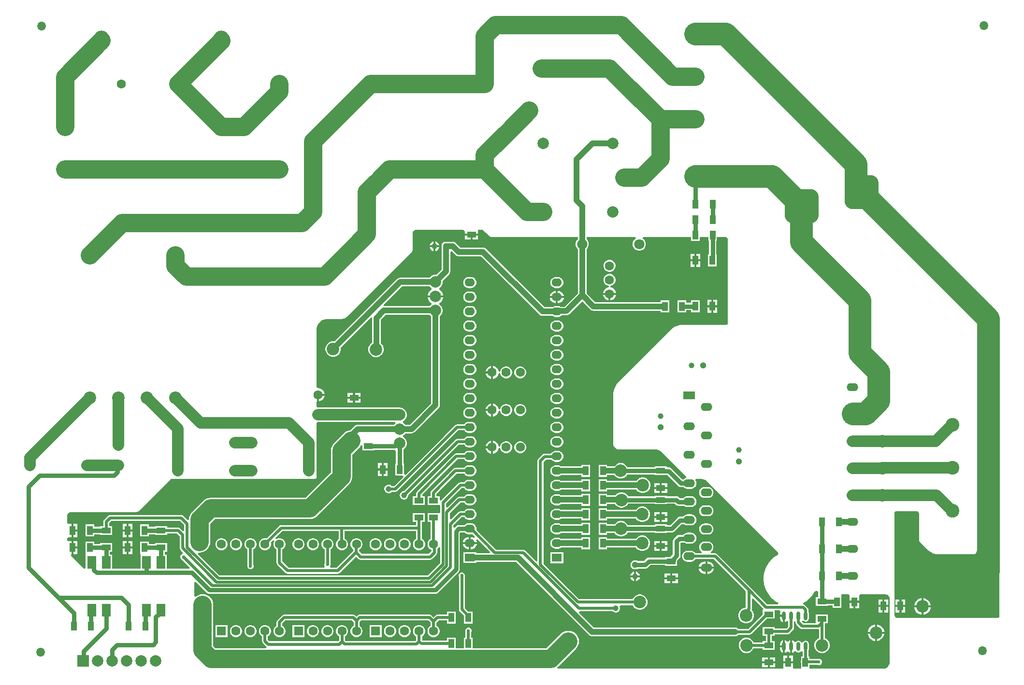
<source format=gtl>
G04*
G04 #@! TF.GenerationSoftware,Altium Limited,Altium Designer,21.2.0 (30)*
G04*
G04 Layer_Physical_Order=1*
G04 Layer_Color=255*
%FSAX44Y44*%
%MOMM*%
G71*
G04*
G04 #@! TF.SameCoordinates,F656A266-89EA-4B56-B237-F6EBBDAECB67*
G04*
G04*
G04 #@! TF.FilePolarity,Positive*
G04*
G01*
G75*
%ADD15C,0.5000*%
%ADD23O,2.0000X1.4000*%
%ADD24R,2.0000X1.4000*%
%ADD43R,1.6000X1.0000*%
%ADD44R,1.0000X1.6000*%
G04:AMPARAMS|DCode=45|XSize=1.55mm|YSize=0.6mm|CornerRadius=0.3mm|HoleSize=0mm|Usage=FLASHONLY|Rotation=270.000|XOffset=0mm|YOffset=0mm|HoleType=Round|Shape=RoundedRectangle|*
%AMROUNDEDRECTD45*
21,1,1.5500,0.0000,0,0,270.0*
21,1,0.9500,0.6000,0,0,270.0*
1,1,0.6000,0.0000,-0.4750*
1,1,0.6000,0.0000,0.4750*
1,1,0.6000,0.0000,0.4750*
1,1,0.6000,0.0000,-0.4750*
%
%ADD45ROUNDEDRECTD45*%
%ADD46R,1.6000X2.2000*%
%ADD47C,4.0000*%
%ADD48C,2.0000*%
%ADD49C,0.8000*%
%ADD50C,1.0000*%
%ADD51C,3.2000*%
%ADD52C,0.3000*%
%ADD53C,2.0000*%
%ADD54C,1.6000*%
%ADD55C,3.0000*%
%ADD56C,1.8000*%
%ADD57C,1.0000*%
%ADD58P,1.0824X8X202.5*%
%ADD59O,1.7780X1.4000*%
%ADD60R,1.7780X1.4000*%
%ADD61C,2.2000*%
%ADD62P,1.0824X8X292.5*%
G04:AMPARAMS|DCode=63|XSize=6mm|YSize=6mm|CornerRadius=1.5mm|HoleSize=0mm|Usage=FLASHONLY|Rotation=0.000|XOffset=0mm|YOffset=0mm|HoleType=Round|Shape=RoundedRectangle|*
%AMROUNDEDRECTD63*
21,1,6.0000,3.0000,0,0,0.0*
21,1,3.0000,6.0000,0,0,0.0*
1,1,3.0000,1.5000,-1.5000*
1,1,3.0000,-1.5000,-1.5000*
1,1,3.0000,-1.5000,1.5000*
1,1,3.0000,1.5000,1.5000*
%
%ADD63ROUNDEDRECTD63*%
%ADD64R,1.6000X1.6000*%
%ADD65R,2.0000X2.0000*%
%ADD66P,1.7318X8X112.5*%
%ADD67C,2.4000*%
%ADD68O,2.6000X3.5000*%
%ADD69O,1.5000X1.6000*%
%ADD70C,0.6000*%
G36*
X00819453Y02305151D02*
X00821513Y02304297D01*
X00822249Y02303805D01*
X00824155Y02302269D01*
X00824155Y02302269D01*
X00825825Y02300602D01*
X00830620Y02295806D01*
X00831408Y02295092D01*
X00833174Y02293912D01*
X00835137Y02293099D01*
X00837220Y02292684D01*
X00838282Y02292632D01*
X00987145Y02292632D01*
Y02288965D01*
X00985516Y02287336D01*
X00983997Y02284704D01*
X00983210Y02281769D01*
Y02278731D01*
X00983997Y02275796D01*
X00985516Y02273164D01*
X00987145Y02271535D01*
Y02193900D01*
X00963610Y02170365D01*
X00957125D01*
X00954881Y02171295D01*
X00952390Y02171622D01*
X00948610D01*
X00946120Y02171295D01*
X00943799Y02170333D01*
X00942850Y02169605D01*
X00928650D01*
X00826128Y02272128D01*
X00824553Y02273336D01*
X00822718Y02274096D01*
X00820750Y02274355D01*
X00781150D01*
X00773628Y02281878D01*
X00772053Y02283086D01*
X00770218Y02283846D01*
X00768250Y02284105D01*
X00756000D01*
X00755506Y02284040D01*
X00752230D01*
X00748460Y02280270D01*
Y02276994D01*
X00748395Y02276500D01*
Y02235400D01*
X00739257Y02226262D01*
X00739151Y02226290D01*
X00735849D01*
X00732660Y02225435D01*
X00729800Y02223784D01*
X00727466Y02221450D01*
X00727411Y02221355D01*
X00676000D01*
X00674032Y02221096D01*
X00672198Y02220336D01*
X00670623Y02219128D01*
X00561073Y02109578D01*
X00560283Y02109790D01*
X00556717D01*
X00553274Y02108867D01*
X00550186Y02107085D01*
X00547665Y02104564D01*
X00545883Y02101476D01*
X00544960Y02098032D01*
Y02094467D01*
X00545883Y02091024D01*
X00547665Y02087936D01*
X00550186Y02085415D01*
X00553274Y02083633D01*
X00556717Y02082710D01*
X00560283D01*
X00563726Y02083633D01*
X00566814Y02085415D01*
X00569335Y02087936D01*
X00571117Y02091024D01*
X00572040Y02094467D01*
Y02098032D01*
X00571828Y02098823D01*
X00624179Y02151174D01*
X00625098Y02151016D01*
X00626645Y02150104D01*
Y02107283D01*
X00625436Y02106585D01*
X00622915Y02104064D01*
X00621133Y02100976D01*
X00620210Y02097533D01*
Y02093967D01*
X00621133Y02090524D01*
X00622915Y02087436D01*
X00625436Y02084915D01*
X00628524Y02083133D01*
X00631967Y02082210D01*
X00635533D01*
X00638976Y02083133D01*
X00642064Y02084915D01*
X00644585Y02087436D01*
X00646367Y02090524D01*
X00647290Y02093967D01*
Y02097533D01*
X00646367Y02100976D01*
X00644585Y02104064D01*
X00642064Y02106585D01*
X00641855Y02106705D01*
Y02147600D01*
X00650400Y02156145D01*
X00727411D01*
X00727466Y02156050D01*
X00729800Y02153716D01*
X00729895Y02153661D01*
Y02000900D01*
X00692600Y01963605D01*
X00685089D01*
X00685034Y01963700D01*
X00682700Y01966035D01*
X00680828Y01967115D01*
X00680651Y01968832D01*
X00680909Y01969874D01*
X00681324Y01970046D01*
X00681982Y01970551D01*
X00682700Y01970966D01*
X00683286Y01971552D01*
X00683944Y01972056D01*
X00684448Y01972714D01*
X00685034Y01973300D01*
X00685449Y01974018D01*
X00685954Y01974676D01*
X00686271Y01975442D01*
X00686685Y01976160D01*
X00686900Y01976960D01*
X00687217Y01977726D01*
X00687325Y01978548D01*
X00687540Y01979349D01*
Y01980178D01*
X00687648Y01981000D01*
X00687540Y01981822D01*
Y01982651D01*
X00687325Y01983452D01*
X00687217Y01984274D01*
X00686900Y01985040D01*
X00686685Y01985840D01*
X00686271Y01986558D01*
X00685954Y01987324D01*
X00685449Y01987982D01*
X00685034Y01988700D01*
X00684448Y01989286D01*
X00683944Y01989944D01*
X00683286Y01990448D01*
X00682700Y01991035D01*
X00681982Y01991449D01*
X00681324Y01991954D01*
X00680558Y01992271D01*
X00679840Y01992685D01*
X00679040Y01992900D01*
X00678274Y01993217D01*
X00677452Y01993325D01*
X00676651Y01993540D01*
X00675822D01*
X00675000Y01993648D01*
X00532002D01*
X00531287Y01993650D01*
X00529502Y01995215D01*
X00529502Y02003745D01*
X00530250Y02004319D01*
Y02016000D01*
X00532000D01*
Y02017750D01*
X00543437D01*
X00542716Y02020439D01*
X00541202Y02023061D01*
X00539061Y02025202D01*
X00536439Y02026716D01*
X00533514Y02027500D01*
X00532002D01*
X00529502Y02029592D01*
Y02130368D01*
Y02132190D01*
X00530213Y02135764D01*
X00531608Y02139131D01*
X00533632Y02142160D01*
X00536209Y02144737D01*
X00539238Y02146761D01*
X00542605Y02148156D01*
X00546179Y02148867D01*
X00548001Y02148867D01*
X00548002Y02148868D01*
X00571947D01*
X00573564Y02148947D01*
X00576734Y02149578D01*
X00579721Y02150815D01*
X00582408Y02152611D01*
X00583607Y02153698D01*
X00583608Y02153698D01*
X00694979Y02265069D01*
X00695695Y02265858D01*
X00696876Y02267627D01*
X00697690Y02269593D01*
X00698105Y02271679D01*
X00698157Y02272743D01*
X00698158Y02272743D01*
Y02299774D01*
X00698158Y02300930D01*
X00699043Y02303066D01*
X00700677Y02304700D01*
X00702813Y02305585D01*
X00703969D01*
X00703970Y02305586D01*
X00787139Y02305586D01*
X00789500Y02303086D01*
Y02298500D01*
X00812500D01*
Y02303086D01*
X00812500Y02305250D01*
X00814861Y02305586D01*
X00816151D01*
X00817266Y02305586D01*
X00819453Y02305151D01*
D02*
G37*
G36*
X01088116Y02292632D02*
X01088786Y02290132D01*
X01087664Y02289484D01*
X01085516Y02287336D01*
X01083997Y02284704D01*
X01083210Y02281769D01*
Y02278731D01*
X01083997Y02275796D01*
X01085516Y02273164D01*
X01087664Y02271016D01*
X01090296Y02269496D01*
X01093231Y02268710D01*
X01096269D01*
X01099204Y02269496D01*
X01101836Y02271016D01*
X01103984Y02273164D01*
X01105504Y02275796D01*
X01106290Y02278731D01*
Y02281769D01*
X01105504Y02284704D01*
X01103984Y02287336D01*
X01101836Y02289484D01*
X01100714Y02290132D01*
X01101384Y02292632D01*
X01110651D01*
X01185710Y02292632D01*
Y02285960D01*
X01200790D01*
Y02292632D01*
X01215710Y02292632D01*
Y02285960D01*
X01216654D01*
Y02262290D01*
X01215518D01*
Y02241210D01*
X01230598D01*
Y02262290D01*
X01229846D01*
Y02285960D01*
X01230790D01*
Y02292632D01*
X01246261D01*
X01248022Y02291902D01*
X01249370Y02290554D01*
X01249563Y02290087D01*
X01250099Y02287844D01*
Y02287840D01*
X01250099Y02287840D01*
X01250100Y02287839D01*
X01250100Y02142216D01*
X01250100Y02141470D01*
X01249529Y02140091D01*
X01248617Y02139179D01*
X01246349Y02138466D01*
Y02138466D01*
X01246349Y02138466D01*
X01168832Y02138456D01*
X01166305Y02138331D01*
X01161347Y02137345D01*
X01156678Y02135410D01*
X01152475Y02132601D01*
X01150601Y02130902D01*
X01150601Y02130903D01*
X01150601Y02130902D01*
X01059890Y02040192D01*
X01058624Y02038862D01*
X01056294Y02036024D01*
X01054255Y02032971D01*
X01052524Y02029733D01*
X01051119Y02026341D01*
X01050053Y02022828D01*
X01049337Y02019227D01*
X01048977Y02015573D01*
X01048932Y02013737D01*
Y01931758D01*
X01048990Y01930582D01*
X01049449Y01928275D01*
X01050349Y01926102D01*
X01051655Y01924147D01*
X01053318Y01922483D01*
X01055274Y01921177D01*
X01057447Y01920277D01*
X01059754Y01919818D01*
X01060930Y01919760D01*
X01123273Y01919760D01*
X01124923Y01919760D01*
X01128160Y01919116D01*
X01131208Y01917853D01*
X01133311Y01916448D01*
X01135118Y01914854D01*
X01135118Y01914853D01*
X01136789Y01913183D01*
X01177331Y01872641D01*
X01176888Y01870630D01*
X01176694Y01870171D01*
X01176500Y01869937D01*
X01174439Y01869083D01*
X01172446Y01867554D01*
X01170020Y01867809D01*
X01150850Y01886979D01*
X01149483Y01888027D01*
X01147893Y01888687D01*
X01146185Y01888911D01*
X01143040D01*
Y01890140D01*
X01121960D01*
Y01889197D01*
X01074076D01*
X01073085Y01890914D01*
X01070564Y01893435D01*
X01067476Y01895217D01*
X01064033Y01896140D01*
X01060467D01*
X01057024Y01895217D01*
X01053936Y01893435D01*
X01051415Y01890914D01*
X01051006Y01890205D01*
X01038540D01*
Y01893140D01*
X01023460D01*
Y01883094D01*
X01023395Y01882600D01*
X01023460Y01882106D01*
Y01872060D01*
X01038540D01*
Y01874995D01*
X01051006D01*
X01051415Y01874286D01*
X01053936Y01871765D01*
X01057024Y01869983D01*
X01060467Y01869060D01*
X01064033D01*
X01067476Y01869983D01*
X01070564Y01871765D01*
X01073085Y01874286D01*
X01074076Y01876004D01*
X01121960D01*
Y01875060D01*
X01143040D01*
X01145122Y01874050D01*
X01163086Y01856086D01*
X01164452Y01855037D01*
X01166043Y01854378D01*
X01167750Y01854154D01*
X01172287D01*
X01172446Y01853946D01*
X01174439Y01852417D01*
X01176759Y01851456D01*
X01179250Y01851128D01*
X01185250D01*
X01187740Y01851456D01*
X01190061Y01852417D01*
X01192054Y01853946D01*
X01193583Y01855939D01*
X01194545Y01858259D01*
X01194872Y01860750D01*
X01194545Y01863240D01*
X01193583Y01865561D01*
X01193088Y01866206D01*
X01194321Y01868706D01*
X01201153D01*
X01202947Y01868706D01*
X01206466Y01868006D01*
X01209781Y01866633D01*
X01212266Y01864972D01*
X01214033Y01863371D01*
X01214033Y01863371D01*
X01215699Y01861705D01*
X01220698Y01856706D01*
X01338884Y01738520D01*
X01338203Y01735666D01*
X01333782Y01733113D01*
X01328837Y01729319D01*
X01324431Y01724913D01*
X01320637Y01719969D01*
X01317521Y01714572D01*
X01315136Y01708814D01*
X01313524Y01702794D01*
X01312710Y01696616D01*
Y01690384D01*
X01313524Y01684205D01*
X01315136Y01678186D01*
X01317521Y01672428D01*
X01320637Y01667032D01*
X01324431Y01662087D01*
X01328837Y01657681D01*
X01333782Y01653887D01*
X01338611Y01651099D01*
X01337985Y01648599D01*
X01319169D01*
X01290384Y01677384D01*
X01231384Y01736384D01*
X01229716Y01737498D01*
X01227750Y01737889D01*
X01220491D01*
X01219993Y01740389D01*
X01220061Y01740417D01*
X01222054Y01741946D01*
X01223583Y01743939D01*
X01224545Y01746259D01*
X01224872Y01748750D01*
X01224545Y01751240D01*
X01223583Y01753561D01*
X01222054Y01755554D01*
X01220061Y01757083D01*
X01217740Y01758044D01*
X01215250Y01758372D01*
X01209250D01*
X01206759Y01758044D01*
X01204439Y01757083D01*
X01202446Y01755554D01*
X01200917Y01753561D01*
X01199956Y01751240D01*
X01199628Y01748750D01*
X01199956Y01746259D01*
X01200917Y01743939D01*
X01202446Y01741946D01*
X01204439Y01740417D01*
X01204507Y01740389D01*
X01204009Y01737889D01*
X01193332D01*
X01192054Y01739554D01*
X01190061Y01741083D01*
X01187740Y01742044D01*
X01185250Y01742372D01*
X01179250D01*
X01176759Y01742044D01*
X01174439Y01741083D01*
X01172446Y01739554D01*
X01170917Y01737561D01*
X01169956Y01735240D01*
X01169628Y01732750D01*
X01169956Y01730260D01*
X01170917Y01727939D01*
X01172446Y01725946D01*
X01174439Y01724417D01*
X01176759Y01723456D01*
X01179250Y01723128D01*
X01185250D01*
X01187740Y01723456D01*
X01190061Y01724417D01*
X01192054Y01725946D01*
X01193332Y01727611D01*
X01225621D01*
X01281611Y01671622D01*
Y01642290D01*
X01280467D01*
X01277024Y01641367D01*
X01273936Y01639585D01*
X01271415Y01637064D01*
X01269633Y01633976D01*
X01268710Y01630533D01*
Y01626967D01*
X01269633Y01623524D01*
X01271415Y01620436D01*
X01273936Y01617915D01*
X01277024Y01616133D01*
X01280467Y01615210D01*
X01284033D01*
X01287476Y01616133D01*
X01290564Y01617915D01*
X01293085Y01620436D01*
X01294867Y01623524D01*
X01295790Y01626967D01*
Y01630533D01*
X01294867Y01633976D01*
X01293085Y01637064D01*
X01291570Y01638578D01*
X01291889Y01640179D01*
Y01658078D01*
X01294198Y01659034D01*
X01312193Y01641040D01*
X01311210Y01638540D01*
X01311210D01*
Y01630727D01*
X01285872Y01605389D01*
X01268311D01*
X01268128Y01605628D01*
X01266553Y01606836D01*
X01264718Y01607596D01*
X01262750Y01607855D01*
X01015400D01*
X00989394Y01633861D01*
X00990430Y01636361D01*
X01047976D01*
X01048870Y01635466D01*
X01050590Y01634474D01*
X01052507Y01633960D01*
X01054493D01*
X01056410Y01634474D01*
X01058130Y01635466D01*
X01059533Y01636870D01*
X01060526Y01638590D01*
X01061040Y01640507D01*
Y01642493D01*
X01060526Y01644410D01*
X01060410Y01644611D01*
X01061854Y01647111D01*
X01082859D01*
X01082883Y01647024D01*
X01084665Y01643936D01*
X01087186Y01641415D01*
X01090274Y01639633D01*
X01093717Y01638710D01*
X01097283D01*
X01100726Y01639633D01*
X01103814Y01641415D01*
X01106335Y01643936D01*
X01108117Y01647024D01*
X01109040Y01650467D01*
Y01654033D01*
X01108117Y01657476D01*
X01106335Y01660564D01*
X01103814Y01663085D01*
X01100726Y01664867D01*
X01097283Y01665790D01*
X01093717D01*
X01090274Y01664867D01*
X01087186Y01663085D01*
X01084665Y01660564D01*
X01082883Y01657476D01*
X01082859Y01657389D01*
X00989128D01*
X00926889Y01719628D01*
Y01898121D01*
X00931378Y01902611D01*
X00940720D01*
X00941806Y01901196D01*
X00943799Y01899667D01*
X00946120Y01898706D01*
X00948610Y01898378D01*
X00952390D01*
X00954881Y01898706D01*
X00957201Y01899667D01*
X00959194Y01901196D01*
X00960723Y01903189D01*
X00961684Y01905510D01*
X00962012Y01908000D01*
X00961684Y01910491D01*
X00960723Y01912811D01*
X00959194Y01914804D01*
X00957201Y01916333D01*
X00954881Y01917295D01*
X00952390Y01917622D01*
X00948610D01*
X00946120Y01917295D01*
X00943799Y01916333D01*
X00941806Y01914804D01*
X00940336Y01912889D01*
X00929250D01*
X00927283Y01912498D01*
X00925616Y01911384D01*
X00918116Y01903884D01*
X00917002Y01902216D01*
X00916611Y01900250D01*
Y01724305D01*
X00914302Y01723349D01*
X00895046Y01742604D01*
X00893379Y01743718D01*
X00891413Y01744109D01*
X00844064D01*
X00809223Y01778951D01*
X00809512Y01781150D01*
X00809184Y01783640D01*
X00808223Y01785961D01*
X00806694Y01787954D01*
X00804701Y01789483D01*
X00802381Y01790444D01*
X00799890Y01790772D01*
X00796110D01*
X00793620Y01790444D01*
X00791299Y01789483D01*
X00789306Y01787954D01*
X00789032Y01787597D01*
X00778436D01*
X00776729Y01787372D01*
X00775138Y01786713D01*
X00773772Y01785665D01*
X00771389Y01783281D01*
X00769125Y01784219D01*
X00768894Y01786627D01*
X00783529Y01801261D01*
X00788143D01*
X00789306Y01799746D01*
X00791299Y01798217D01*
X00793620Y01797256D01*
X00796110Y01796928D01*
X00799890D01*
X00802381Y01797256D01*
X00804701Y01798217D01*
X00806694Y01799746D01*
X00808223Y01801739D01*
X00809184Y01804060D01*
X00809512Y01806550D01*
X00809184Y01809041D01*
X00808223Y01811361D01*
X00806694Y01813354D01*
X00804701Y01814883D01*
X00802381Y01815845D01*
X00799890Y01816172D01*
X00796110D01*
X00793620Y01815845D01*
X00791299Y01814883D01*
X00789306Y01813354D01*
X00787913Y01811539D01*
X00781400D01*
X00779434Y01811148D01*
X00777766Y01810034D01*
X00764928Y01797196D01*
X00762619Y01798152D01*
Y01807852D01*
X00781429Y01826661D01*
X00788143D01*
X00789306Y01825146D01*
X00791299Y01823617D01*
X00793620Y01822656D01*
X00796110Y01822328D01*
X00799890D01*
X00802381Y01822656D01*
X00804701Y01823617D01*
X00806694Y01825146D01*
X00808223Y01827139D01*
X00809184Y01829460D01*
X00809512Y01831950D01*
X00809184Y01834440D01*
X00808223Y01836761D01*
X00806694Y01838754D01*
X00804701Y01840283D01*
X00802381Y01841245D01*
X00799890Y01841572D01*
X00796110D01*
X00793620Y01841245D01*
X00791299Y01840283D01*
X00789306Y01838754D01*
X00787913Y01836939D01*
X00779300D01*
X00777334Y01836548D01*
X00775667Y01835434D01*
X00758658Y01818426D01*
X00756349Y01819382D01*
Y01824814D01*
X00783597Y01852061D01*
X00788143D01*
X00789306Y01850546D01*
X00791299Y01849017D01*
X00793620Y01848056D01*
X00796110Y01847728D01*
X00799890D01*
X00802381Y01848056D01*
X00804701Y01849017D01*
X00806694Y01850546D01*
X00808223Y01852539D01*
X00809184Y01854860D01*
X00809512Y01857350D01*
X00809184Y01859841D01*
X00808223Y01862161D01*
X00806694Y01864154D01*
X00804701Y01865683D01*
X00802381Y01866644D01*
X00799890Y01866972D01*
X00796110D01*
X00793620Y01866644D01*
X00791299Y01865683D01*
X00789306Y01864154D01*
X00787913Y01862339D01*
X00781468D01*
X00779501Y01861948D01*
X00777834Y01860834D01*
X00747576Y01830576D01*
X00747340Y01830222D01*
X00744840Y01830981D01*
Y01838290D01*
X00739199D01*
Y01841911D01*
X00774749Y01877461D01*
X00788143D01*
X00789306Y01875946D01*
X00791299Y01874417D01*
X00793620Y01873456D01*
X00796110Y01873128D01*
X00799890D01*
X00802381Y01873456D01*
X00804701Y01874417D01*
X00806694Y01875946D01*
X00808223Y01877939D01*
X00809184Y01880260D01*
X00809512Y01882750D01*
X00809184Y01885240D01*
X00808223Y01887561D01*
X00806694Y01889554D01*
X00804701Y01891083D01*
X00802381Y01892045D01*
X00799890Y01892372D01*
X00796110D01*
X00793620Y01892045D01*
X00791299Y01891083D01*
X00789306Y01889554D01*
X00787913Y01887739D01*
X00772620D01*
X00770654Y01887348D01*
X00768987Y01886234D01*
X00730426Y01847674D01*
X00729312Y01846006D01*
X00728921Y01844040D01*
Y01838290D01*
X00723760D01*
Y01823210D01*
X00743571D01*
X00744840Y01823210D01*
X00746071Y01821220D01*
Y01810280D01*
X00744840Y01808290D01*
X00743571Y01808290D01*
X00723760D01*
Y01793210D01*
X00729161D01*
Y01763104D01*
X00727828Y01762334D01*
X00725866Y01760372D01*
X00724479Y01757968D01*
X00723760Y01755288D01*
Y01752512D01*
X00724479Y01749832D01*
X00725866Y01747428D01*
X00727828Y01745466D01*
X00730232Y01744078D01*
X00730611Y01743977D01*
Y01741378D01*
X00726122Y01736889D01*
X00608879D01*
X00603889Y01741879D01*
Y01744379D01*
X00605772Y01745466D01*
X00607734Y01747428D01*
X00609122Y01749832D01*
X00609840Y01752512D01*
Y01755288D01*
X00609122Y01757968D01*
X00607734Y01760372D01*
X00605772Y01762334D01*
X00603368Y01763722D01*
X00600688Y01764440D01*
X00597912D01*
X00595232Y01763722D01*
X00592828Y01762334D01*
X00590866Y01760372D01*
X00589478Y01757968D01*
X00588760Y01755288D01*
Y01752512D01*
X00589478Y01749832D01*
X00590866Y01747428D01*
X00592828Y01745466D01*
X00593611Y01745014D01*
Y01741879D01*
X00564122Y01712389D01*
X00554009D01*
X00552973Y01714889D01*
X00553197Y01715112D01*
X00554040Y01717148D01*
Y01719352D01*
X00553639Y01720321D01*
Y01744696D01*
X00554972Y01745466D01*
X00556934Y01747428D01*
X00558322Y01749832D01*
X00559040Y01752512D01*
Y01755288D01*
X00558322Y01757968D01*
X00556934Y01760372D01*
X00554972Y01762334D01*
X00552568Y01763722D01*
X00549888Y01764440D01*
X00547112D01*
X00544432Y01763722D01*
X00542028Y01762334D01*
X00540066Y01760372D01*
X00538678Y01757968D01*
X00537960Y01755288D01*
Y01752512D01*
X00538678Y01749832D01*
X00540066Y01747428D01*
X00542028Y01745466D01*
X00543361Y01744696D01*
Y01720321D01*
X00542960Y01719352D01*
Y01717148D01*
X00543803Y01715112D01*
X00544027Y01714889D01*
X00542991Y01712389D01*
X00480728D01*
X00469439Y01723678D01*
Y01744696D01*
X00470772Y01745466D01*
X00472734Y01747428D01*
X00474122Y01749832D01*
X00474840Y01752512D01*
Y01755288D01*
X00474122Y01757968D01*
X00472734Y01760372D01*
X00470772Y01762334D01*
X00468368Y01763722D01*
X00465688Y01764440D01*
X00462912D01*
X00460232Y01763722D01*
X00458558Y01762756D01*
X00457023Y01764756D01*
X00469628Y01777361D01*
X00568385D01*
Y01762887D01*
X00567428Y01762334D01*
X00565466Y01760372D01*
X00564078Y01757968D01*
X00563360Y01755288D01*
Y01752512D01*
X00564078Y01749832D01*
X00565466Y01747428D01*
X00567428Y01745466D01*
X00569832Y01744078D01*
X00572512Y01743360D01*
X00575288D01*
X00577968Y01744078D01*
X00580372Y01745466D01*
X00582334Y01747428D01*
X00583722Y01749832D01*
X00584440Y01752512D01*
Y01755288D01*
X00583722Y01757968D01*
X00582334Y01760372D01*
X00580372Y01762334D01*
X00578663Y01763321D01*
Y01777361D01*
X00703761D01*
Y01763104D01*
X00702428Y01762334D01*
X00700466Y01760372D01*
X00699079Y01757968D01*
X00698360Y01755288D01*
Y01752512D01*
X00699079Y01749832D01*
X00700466Y01747428D01*
X00702428Y01745466D01*
X00704832Y01744078D01*
X00707513Y01743360D01*
X00710288D01*
X00712968Y01744078D01*
X00715372Y01745466D01*
X00717334Y01747428D01*
X00718722Y01749832D01*
X00719440Y01752512D01*
Y01755288D01*
X00718722Y01757968D01*
X00717334Y01760372D01*
X00715372Y01762334D01*
X00714039Y01763104D01*
Y01782500D01*
X00713889Y01783255D01*
Y01793210D01*
X00719290D01*
Y01808290D01*
X00698210D01*
Y01793210D01*
X00703611D01*
Y01787639D01*
X00467500D01*
X00465533Y01787248D01*
X00463866Y01786134D01*
X00441774Y01764042D01*
X00440288Y01764440D01*
X00437512D01*
X00434832Y01763722D01*
X00432428Y01762334D01*
X00430466Y01760372D01*
X00429078Y01757968D01*
X00428360Y01755288D01*
Y01752512D01*
X00429078Y01749832D01*
X00430466Y01747428D01*
X00432428Y01745466D01*
X00434832Y01744078D01*
X00437512Y01743360D01*
X00440288D01*
X00442968Y01744078D01*
X00445372Y01745466D01*
X00447334Y01747428D01*
X00448722Y01749832D01*
X00449440Y01752512D01*
Y01755288D01*
X00449042Y01756774D01*
X00453444Y01761177D01*
X00455444Y01759642D01*
X00454478Y01757968D01*
X00453760Y01755288D01*
Y01752512D01*
X00454478Y01749832D01*
X00455866Y01747428D01*
X00457828Y01745466D01*
X00459161Y01744696D01*
Y01721550D01*
X00459552Y01719583D01*
X00460666Y01717916D01*
X00474966Y01703616D01*
X00476633Y01702502D01*
X00478600Y01702111D01*
X00566250D01*
X00568217Y01702502D01*
X00569884Y01703616D01*
X00598750Y01732483D01*
X00603116Y01728116D01*
X00604784Y01727002D01*
X00606750Y01726611D01*
X00728250D01*
X00730217Y01727002D01*
X00731884Y01728116D01*
X00739384Y01735616D01*
X00740498Y01737283D01*
X00740889Y01739250D01*
Y01745583D01*
X00742734Y01747428D01*
X00743571Y01748878D01*
X00746071Y01748208D01*
Y01721123D01*
X00724087Y01699139D01*
X00359194D01*
X00321422Y01736911D01*
X00322557Y01739312D01*
X00324500Y01739120D01*
X00328134Y01739478D01*
X00331629Y01740538D01*
X00334850Y01742260D01*
X00337673Y01744577D01*
X00339990Y01747400D01*
X00341712Y01750621D01*
X00342772Y01754115D01*
X00343130Y01757750D01*
Y01789533D01*
X00351467Y01797870D01*
X00517500D01*
X00517500Y01797870D01*
X00521134Y01798228D01*
X00524629Y01799288D01*
X00527850Y01801010D01*
X00530673Y01803327D01*
X00586423Y01859077D01*
X00588740Y01861900D01*
X00590462Y01865121D01*
X00591522Y01868616D01*
X00591880Y01872250D01*
X00591880Y01872250D01*
Y01910533D01*
X00603173Y01921827D01*
X00605490Y01924650D01*
X00606960Y01927400D01*
X00608898Y01927195D01*
X00609460Y01926970D01*
Y01918460D01*
X00630540D01*
Y01919404D01*
X00666753D01*
X00668404Y01917956D01*
Y01895540D01*
X00667460D01*
Y01874460D01*
X00680357D01*
X00681392Y01871960D01*
X00665571Y01856139D01*
X00661274D01*
X00660380Y01857034D01*
X00658660Y01858026D01*
X00656743Y01858540D01*
X00654757D01*
X00652840Y01858026D01*
X00651120Y01857034D01*
X00649716Y01855630D01*
X00648724Y01853910D01*
X00648210Y01851993D01*
Y01850007D01*
X00648724Y01848090D01*
X00649716Y01846370D01*
X00651120Y01844966D01*
X00652840Y01843974D01*
X00654757Y01843460D01*
X00656743D01*
X00658660Y01843974D01*
X00660380Y01844966D01*
X00661274Y01845861D01*
X00667699D01*
X00669666Y01846252D01*
X00671333Y01847366D01*
X00759901Y01935935D01*
X00760054Y01936037D01*
X00777679Y01953661D01*
X00788143D01*
X00789306Y01952146D01*
X00791299Y01950617D01*
X00793620Y01949656D01*
X00796110Y01949328D01*
X00799890D01*
X00802381Y01949656D01*
X00804701Y01950617D01*
X00806694Y01952146D01*
X00808223Y01954139D01*
X00809184Y01956460D01*
X00809512Y01958950D01*
X00809184Y01961440D01*
X00808223Y01963761D01*
X00806694Y01965754D01*
X00804701Y01967283D01*
X00802381Y01968244D01*
X00799890Y01968572D01*
X00796110D01*
X00793620Y01968244D01*
X00791299Y01967283D01*
X00789306Y01965754D01*
X00787913Y01963939D01*
X00775550D01*
X00773584Y01963548D01*
X00771917Y01962434D01*
X00752888Y01943406D01*
X00752736Y01943304D01*
X00752736Y01943304D01*
X00685040Y01875608D01*
X00682540Y01876643D01*
Y01895540D01*
X00681596D01*
Y01920329D01*
X00682700Y01920966D01*
X00685034Y01923300D01*
X00686685Y01926160D01*
X00687540Y01929349D01*
Y01932651D01*
X00686685Y01935840D01*
X00685034Y01938700D01*
X00682700Y01941035D01*
X00680828Y01942115D01*
Y01944885D01*
X00682700Y01945966D01*
X00685034Y01948300D01*
X00685089Y01948395D01*
X00695750D01*
X00697718Y01948654D01*
X00699553Y01949414D01*
X00701128Y01950622D01*
X00742878Y01992372D01*
X00744086Y01993947D01*
X00744401Y01994707D01*
X00744846Y01995782D01*
X00745105Y01997750D01*
Y02153661D01*
X00745200Y02153716D01*
X00747534Y02156050D01*
X00749185Y02158910D01*
X00750040Y02162099D01*
Y02165401D01*
X00749185Y02168590D01*
X00747534Y02171450D01*
X00745200Y02173784D01*
X00744389Y02174252D01*
X00744389Y02177139D01*
X00745789Y02177947D01*
X00748303Y02180461D01*
X00750080Y02183539D01*
X00751000Y02186973D01*
Y02187000D01*
X00737500D01*
X00724000D01*
Y02186973D01*
X00724920Y02183539D01*
X00726697Y02180461D01*
X00729211Y02177947D01*
X00730611Y02177139D01*
X00730611Y02174252D01*
X00729800Y02173784D01*
X00727466Y02171450D01*
X00727411Y02171355D01*
X00647896D01*
X00646984Y02172902D01*
X00646826Y02173821D01*
X00679150Y02206145D01*
X00727411D01*
X00727466Y02206050D01*
X00729800Y02203716D01*
X00730611Y02203248D01*
X00730611Y02200361D01*
X00729211Y02199553D01*
X00726697Y02197039D01*
X00724920Y02193961D01*
X00724000Y02190527D01*
Y02190500D01*
X00737500D01*
X00751000D01*
Y02190527D01*
X00750080Y02193961D01*
X00748303Y02197039D01*
X00745789Y02199553D01*
X00744389Y02200361D01*
X00744389Y02203248D01*
X00745200Y02203716D01*
X00747534Y02206050D01*
X00749185Y02208910D01*
X00750040Y02212099D01*
Y02215401D01*
X00750012Y02215506D01*
X00761378Y02226872D01*
X00762586Y02228448D01*
X00762901Y02229207D01*
X00763346Y02230282D01*
X00763605Y02232250D01*
Y02266854D01*
X00766105Y02267890D01*
X00772622Y02261372D01*
X00774197Y02260164D01*
X00774957Y02259849D01*
X00776032Y02259404D01*
X00778000Y02259145D01*
X00817600D01*
X00920122Y02156622D01*
X00921697Y02155414D01*
X00922457Y02155099D01*
X00923531Y02154654D01*
X00925500Y02154395D01*
X00942850D01*
X00943799Y02153667D01*
X00946120Y02152706D01*
X00948610Y02152378D01*
X00952390D01*
X00954881Y02152706D01*
X00957201Y02153667D01*
X00959140Y02155155D01*
X00966760D01*
X00968728Y02155414D01*
X00970562Y02156174D01*
X00972137Y02157382D01*
X00994750Y02179995D01*
X01009122Y02165622D01*
X01010697Y02164414D01*
X01011457Y02164099D01*
X01012532Y02163654D01*
X01014500Y02163395D01*
X01131940D01*
Y02160460D01*
X01147020D01*
Y02181540D01*
X01131940D01*
Y02178605D01*
X01017650D01*
X01002355Y02193900D01*
Y02271535D01*
X01003984Y02273164D01*
X01005504Y02275796D01*
X01006290Y02278731D01*
Y02281769D01*
X01005504Y02284704D01*
X01003984Y02287336D01*
X01002355Y02288965D01*
Y02292632D01*
X01088116Y02292632D01*
D02*
G37*
G36*
X00532000Y01968352D02*
X00666314D01*
X00667034Y01966660D01*
X00667118Y01965852D01*
X00664966Y01963700D01*
X00664911Y01963605D01*
X00601250D01*
X00599282Y01963346D01*
X00597448Y01962586D01*
X00595872Y01961378D01*
X00587920Y01953425D01*
X00586366Y01953272D01*
X00582871Y01952212D01*
X00579650Y01950490D01*
X00576827Y01948173D01*
X00560077Y01931423D01*
X00557760Y01928600D01*
X00556038Y01925379D01*
X00554978Y01921884D01*
X00554620Y01918250D01*
X00554620Y01918250D01*
Y01879967D01*
X00509783Y01835130D01*
X00343750D01*
X00340116Y01834772D01*
X00336621Y01833712D01*
X00333400Y01831990D01*
X00330577Y01829673D01*
X00330577Y01829673D01*
X00311327Y01810423D01*
X00309010Y01807600D01*
X00307288Y01804379D01*
X00306228Y01800885D01*
X00305887Y01797416D01*
X00305153Y01796866D01*
X00303561Y01796207D01*
X00296134Y01803634D01*
X00294466Y01804748D01*
X00292500Y01805139D01*
X00167500D01*
X00165534Y01804748D01*
X00163866Y01803634D01*
X00157366Y01797134D01*
X00156252Y01795466D01*
X00155861Y01793500D01*
Y01785540D01*
X00150460D01*
Y01784596D01*
X00139540D01*
Y01788540D01*
X00124460D01*
Y01767460D01*
X00139540D01*
Y01771404D01*
X00150460D01*
Y01770460D01*
X00171540D01*
Y01785540D01*
X00166139D01*
Y01791371D01*
X00169629Y01794861D01*
X00290371D01*
X00297361Y01787872D01*
Y01778172D01*
X00295052Y01777216D01*
X00290634Y01781634D01*
X00288967Y01782748D01*
X00287000Y01783139D01*
X00267540D01*
Y01785540D01*
X00246460D01*
Y01784596D01*
X00235540D01*
Y01788540D01*
X00220460D01*
Y01767460D01*
X00235540D01*
Y01771404D01*
X00246460D01*
Y01770460D01*
X00267540D01*
Y01772861D01*
X00284872D01*
X00289861Y01767872D01*
Y01747199D01*
X00290252Y01745232D01*
X00291366Y01743565D01*
X00295143Y01739788D01*
X00295145Y01739068D01*
X00294411Y01736985D01*
X00293112Y01736447D01*
X00291553Y01734888D01*
X00290710Y01732852D01*
Y01730648D01*
X00291553Y01728612D01*
X00293112Y01727053D01*
X00294081Y01726652D01*
X00307787Y01712946D01*
X00306830Y01710636D01*
X00267240D01*
Y01735540D01*
X00263296D01*
Y01740460D01*
X00267540D01*
Y01755540D01*
X00246460D01*
Y01754596D01*
X00235540D01*
Y01758540D01*
X00220460D01*
Y01737916D01*
X00220460Y01737460D01*
X00220460Y01737460D01*
X00220760Y01735540D01*
X00220760D01*
Y01710636D01*
X00171240D01*
Y01735540D01*
X00167296D01*
Y01740460D01*
X00171540D01*
Y01755540D01*
X00150460D01*
Y01754596D01*
X00139540D01*
Y01758540D01*
X00124460D01*
Y01737916D01*
X00124460Y01737460D01*
X00124460Y01737460D01*
X00124760Y01735540D01*
X00124760D01*
Y01711834D01*
X00122260Y01710798D01*
X00098868Y01734190D01*
X00099824Y01736500D01*
X00100250D01*
Y01748000D01*
Y01759500D01*
X00093500D01*
X00092114Y01761426D01*
X00092114Y01764574D01*
X00094614Y01766500D01*
X00100250D01*
Y01778000D01*
Y01789500D01*
X00094614D01*
X00093500Y01789500D01*
X00092114Y01791426D01*
X00092114Y01803230D01*
X00092114Y01803924D01*
X00092385Y01805285D01*
X00092916Y01806568D01*
X00093687Y01807722D01*
X00094669Y01808704D01*
X00095823Y01809475D01*
X00097105Y01810006D01*
X00098467Y01810277D01*
X00099161Y01810277D01*
X00099162Y01810278D01*
X00212498Y01810278D01*
X00213305Y01810318D01*
X00214890Y01810633D01*
X00216383Y01811251D01*
X00217726Y01812149D01*
X00218325Y01812692D01*
X00218326Y01812692D01*
X00272602Y01866967D01*
X00273015Y01867381D01*
X00273987Y01868030D01*
X00275067Y01868477D01*
X00276213Y01868705D01*
X00276797Y01868705D01*
X00276798Y01868706D01*
X00526340Y01868706D01*
X00526956Y01868766D01*
X00528096Y01869238D01*
X00528968Y01870111D01*
X00529440Y01871250D01*
X00529501Y01871867D01*
X00529502Y01871868D01*
Y01966785D01*
X00531382Y01968433D01*
X00532000Y01968352D01*
D02*
G37*
G36*
X00789306Y01774346D02*
X00791299Y01772817D01*
X00793620Y01771856D01*
X00796110Y01771528D01*
X00799890D01*
X00801853Y01771786D01*
X00806821Y01766818D01*
X00805185Y01764922D01*
X00802631Y01765980D01*
X00799890Y01766341D01*
X00799750D01*
Y01757500D01*
X00810250D01*
X00810120Y01758491D01*
X00809062Y01761045D01*
X00810958Y01762681D01*
X00833524Y01740115D01*
X00832567Y01737805D01*
X00809430D01*
Y01739890D01*
X00786570D01*
Y01720810D01*
X00809430D01*
Y01722595D01*
X00879150D01*
X01006872Y01594872D01*
X01008447Y01593664D01*
X01009207Y01593349D01*
X01010282Y01592904D01*
X01012250Y01592645D01*
X01262750D01*
X01264718Y01592904D01*
X01266553Y01593664D01*
X01268128Y01594872D01*
X01268311Y01595111D01*
X01288000D01*
X01289967Y01595502D01*
X01291634Y01596616D01*
X01318477Y01623460D01*
X01332290D01*
Y01638321D01*
X01340747D01*
X01341324Y01637738D01*
X01342229Y01635821D01*
X01341867Y01634947D01*
X01341644Y01633250D01*
Y01630250D01*
X01348200D01*
Y01628500D01*
X01349950D01*
Y01617439D01*
X01351478Y01618072D01*
X01352836Y01619114D01*
X01353261Y01619669D01*
X01355761Y01618820D01*
Y01609529D01*
X01352371Y01606138D01*
X01332290D01*
Y01608540D01*
X01311210D01*
Y01593460D01*
X01316611D01*
Y01584290D01*
X01311210D01*
Y01581889D01*
X01295141D01*
X01295117Y01581976D01*
X01293335Y01585064D01*
X01290814Y01587585D01*
X01287726Y01589367D01*
X01284283Y01590290D01*
X01280717D01*
X01277274Y01589367D01*
X01274186Y01587585D01*
X01271665Y01585064D01*
X01269883Y01581976D01*
X01268960Y01578533D01*
Y01574967D01*
X01269883Y01571524D01*
X01271665Y01568436D01*
X01274186Y01565915D01*
X01277274Y01564133D01*
X01280717Y01563210D01*
X01284283D01*
X01287726Y01564133D01*
X01290814Y01565915D01*
X01293335Y01568436D01*
X01295117Y01571524D01*
X01295141Y01571611D01*
X01311210D01*
Y01569210D01*
X01332290D01*
Y01584290D01*
X01326889D01*
Y01593460D01*
X01332290D01*
Y01595861D01*
X01354500D01*
X01356466Y01596252D01*
X01358133Y01597366D01*
X01364534Y01603766D01*
X01365647Y01605434D01*
X01366039Y01607400D01*
Y01618006D01*
X01367947Y01619006D01*
X01368653Y01618575D01*
Y01616709D01*
X01369044Y01614742D01*
X01370158Y01613075D01*
X01376866Y01606366D01*
X01378533Y01605252D01*
X01380500Y01604861D01*
X01409250D01*
X01409611Y01604565D01*
Y01589391D01*
X01409524Y01589367D01*
X01406436Y01587585D01*
X01403915Y01585064D01*
X01402133Y01581976D01*
X01401210Y01578533D01*
Y01574967D01*
X01402133Y01571524D01*
X01403915Y01568436D01*
X01406436Y01565915D01*
X01409524Y01564133D01*
X01412967Y01563210D01*
X01416533D01*
X01419976Y01564133D01*
X01423064Y01565915D01*
X01425585Y01568436D01*
X01427367Y01571524D01*
X01428290Y01574967D01*
Y01578533D01*
X01427367Y01581976D01*
X01425585Y01585064D01*
X01423064Y01587585D01*
X01419976Y01589367D01*
X01419889Y01589391D01*
Y01615660D01*
X01425290D01*
Y01630740D01*
X01404210D01*
Y01615660D01*
X01401926Y01615139D01*
X01382628D01*
X01379615Y01618153D01*
X01379798Y01619009D01*
X01381400Y01619486D01*
X01382489Y01619634D01*
X01384138Y01618531D01*
X01386300Y01618102D01*
X01388462Y01618531D01*
X01390294Y01619756D01*
X01391519Y01621588D01*
X01391949Y01623750D01*
Y01633250D01*
X01391519Y01635412D01*
X01391247Y01635817D01*
Y01639141D01*
X01390856Y01641108D01*
X01389742Y01642775D01*
X01385424Y01647094D01*
X01383757Y01648208D01*
X01382312Y01648495D01*
X01381861Y01649532D01*
X01381816Y01649733D01*
X01381848Y01651075D01*
X01386718Y01653887D01*
X01391663Y01657681D01*
X01396069Y01662087D01*
X01399863Y01667032D01*
X01402522Y01671637D01*
X01404920Y01672434D01*
X01405649Y01672343D01*
X01408094Y01670709D01*
X01408154Y01670677D01*
Y01660740D01*
X01404210D01*
Y01645660D01*
X01425290D01*
Y01646504D01*
X01433960D01*
Y01642460D01*
X01449040D01*
Y01663540D01*
X01449040D01*
X01449103Y01666014D01*
X01461127D01*
X01463000Y01663514D01*
Y01654750D01*
X01471500D01*
Y01653000D01*
D01*
Y01654750D01*
X01480000D01*
Y01663514D01*
X01480000Y01664500D01*
X01481873Y01666014D01*
X01526453D01*
X01527977Y01665711D01*
X01529412Y01665116D01*
X01530704Y01664253D01*
X01531803Y01663154D01*
X01532666Y01661862D01*
X01533261Y01660427D01*
X01533262Y01660421D01*
X01533564Y01658127D01*
Y01658126D01*
X01533564Y01658126D01*
X01533564Y01658126D01*
X01533564Y01547430D01*
Y01546251D01*
X01533104Y01543938D01*
X01532202Y01541759D01*
X01530891Y01539798D01*
X01529224Y01538131D01*
X01527263Y01536821D01*
X01525084Y01535918D01*
X01523585Y01535620D01*
X01395546D01*
X01393290Y01536210D01*
X01393290Y01538120D01*
Y01542361D01*
X01407179D01*
X01408148Y01541960D01*
X01410352D01*
X01412388Y01542803D01*
X01413947Y01544362D01*
X01414790Y01546398D01*
Y01548602D01*
X01413947Y01550638D01*
X01412388Y01552197D01*
X01410352Y01553040D01*
X01408148D01*
X01407179Y01552639D01*
X01393290D01*
Y01557290D01*
X01391439D01*
Y01567469D01*
X01391519Y01567588D01*
X01391949Y01569750D01*
Y01579250D01*
X01391519Y01581412D01*
X01390294Y01583244D01*
X01388462Y01584469D01*
X01386300Y01584899D01*
X01384138Y01584469D01*
X01382306Y01583244D01*
X01381302Y01581742D01*
X01379950Y01581562D01*
X01378598Y01581742D01*
X01377594Y01583244D01*
X01375762Y01584469D01*
X01373600Y01584899D01*
X01371438Y01584469D01*
X01369606Y01583244D01*
X01369224Y01582672D01*
X01367736Y01582591D01*
X01366333Y01582846D01*
X01365536Y01583886D01*
X01364178Y01584928D01*
X01362650Y01585561D01*
Y01574500D01*
Y01563439D01*
X01364178Y01564072D01*
X01365536Y01565114D01*
X01366333Y01566154D01*
X01367736Y01566409D01*
X01369224Y01566328D01*
X01369606Y01565756D01*
X01371438Y01564532D01*
X01373600Y01564102D01*
X01375762Y01564532D01*
X01377594Y01565756D01*
X01380697Y01565971D01*
X01381161Y01565649D01*
Y01557290D01*
X01378210D01*
Y01550247D01*
X01378111Y01549750D01*
Y01546750D01*
X01378210Y01546253D01*
X01378210Y01536210D01*
X01375954Y01535620D01*
X01364250D01*
Y01545000D01*
X01355750D01*
X01347250D01*
Y01535620D01*
X00952043D01*
X00951148Y01538120D01*
X00952923Y01539577D01*
X00983673Y01570327D01*
X00985990Y01573150D01*
X00987712Y01576371D01*
X00988772Y01579866D01*
X00989130Y01583500D01*
X00988772Y01587135D01*
X00987712Y01590629D01*
X00985990Y01593850D01*
X00983673Y01596673D01*
X00980850Y01598990D01*
X00977629Y01600712D01*
X00974134Y01601772D01*
X00970500Y01602130D01*
X00966865Y01601772D01*
X00963371Y01600712D01*
X00960150Y01598990D01*
X00957327Y01596673D01*
X00932033Y01571380D01*
X00803040D01*
Y01590040D01*
X00800639D01*
Y01600179D01*
X00801040Y01601148D01*
Y01603352D01*
X00800197Y01605388D01*
X00798638Y01606947D01*
X00796602Y01607790D01*
X00794398D01*
X00792362Y01606947D01*
X00790803Y01605388D01*
X00789960Y01603352D01*
Y01601148D01*
X00790361Y01600179D01*
Y01590040D01*
X00787960D01*
Y01571380D01*
X00773040D01*
Y01590040D01*
X00757960D01*
Y01584639D01*
X00715379D01*
X00714389Y01585629D01*
Y01592498D01*
X00715372Y01593066D01*
X00717334Y01595028D01*
X00718722Y01597432D01*
X00719440Y01600112D01*
Y01602888D01*
X00718722Y01605568D01*
X00717334Y01607972D01*
X00715372Y01609934D01*
X00712968Y01611322D01*
X00710288Y01612040D01*
X00707513D01*
X00704832Y01611322D01*
X00702428Y01609934D01*
X00700466Y01607972D01*
X00699079Y01605568D01*
X00698360Y01602888D01*
Y01600112D01*
X00699079Y01597432D01*
X00700466Y01595028D01*
X00702428Y01593066D01*
X00704111Y01592094D01*
Y01585629D01*
X00702372Y01583889D01*
X00580378D01*
X00579139Y01585128D01*
Y01592354D01*
X00580372Y01593066D01*
X00582334Y01595028D01*
X00583722Y01597432D01*
X00584440Y01600112D01*
Y01602888D01*
X00583722Y01605568D01*
X00582334Y01607972D01*
X00580372Y01609934D01*
X00577968Y01611322D01*
X00575288Y01612040D01*
X00572512D01*
X00569832Y01611322D01*
X00567428Y01609934D01*
X00565466Y01607972D01*
X00564078Y01605568D01*
X00563360Y01602888D01*
Y01600112D01*
X00564078Y01597432D01*
X00565466Y01595028D01*
X00567428Y01593066D01*
X00568861Y01592239D01*
Y01585128D01*
X00567371Y01583639D01*
X00446628D01*
X00444139Y01586129D01*
Y01592354D01*
X00445372Y01593066D01*
X00447334Y01595028D01*
X00448722Y01597432D01*
X00449440Y01600112D01*
Y01602888D01*
X00448722Y01605568D01*
X00447334Y01607972D01*
X00445372Y01609934D01*
X00442968Y01611322D01*
X00440288Y01612040D01*
X00437512D01*
X00434832Y01611322D01*
X00432428Y01609934D01*
X00430466Y01607972D01*
X00429078Y01605568D01*
X00428360Y01602888D01*
Y01600112D01*
X00429078Y01597432D01*
X00430466Y01595028D01*
X00432428Y01593066D01*
X00433861Y01592239D01*
Y01584000D01*
X00434252Y01582034D01*
X00435366Y01580366D01*
X00440866Y01574866D01*
X00442343Y01573880D01*
X00442363Y01573699D01*
X00440818Y01571380D01*
X00352717D01*
X00348400Y01575697D01*
Y01607000D01*
Y01647641D01*
X00348042Y01651275D01*
X00346982Y01654770D01*
X00345260Y01657991D01*
X00342943Y01660814D01*
X00340120Y01663131D01*
X00336899Y01664852D01*
X00333405Y01665913D01*
X00329770Y01666271D01*
X00326135Y01665913D01*
X00322641Y01664852D01*
X00319420Y01663131D01*
X00317880Y01661867D01*
X00315380Y01663050D01*
Y01687025D01*
X00317690Y01687982D01*
X00336646Y01669026D01*
X00338012Y01667977D01*
X00339603Y01667318D01*
X00341310Y01667094D01*
X00737557D01*
X00739264Y01667318D01*
X00740855Y01667977D01*
X00742222Y01669026D01*
X00778414Y01705219D01*
X00779463Y01706585D01*
X00780122Y01708176D01*
X00780346Y01709883D01*
Y01773582D01*
X00781169Y01774404D01*
X00789262D01*
X00789306Y01774346D01*
D02*
G37*
G36*
X01581000Y01811750D02*
X01581796Y01811750D01*
X01583266Y01811141D01*
X01584391Y01810016D01*
X01584575Y01809572D01*
X01585000Y01807750D01*
Y01807750D01*
X01585000D01*
X01585000Y01807750D01*
X01585000Y01761548D01*
X01585027Y01761004D01*
X01585239Y01759937D01*
X01585655Y01758933D01*
X01586259Y01758028D01*
X01586625Y01757625D01*
X01586625D01*
X01600311Y01743939D01*
X01602157Y01742265D01*
X01606297Y01739499D01*
X01610898Y01737594D01*
X01615781Y01736622D01*
X01618271Y01736500D01*
X01681000D01*
X01681976Y01736596D01*
X01683778Y01737343D01*
X01685157Y01738722D01*
X01685904Y01740524D01*
X01686000Y01741500D01*
Y01742000D01*
X01726000D01*
Y01628250D01*
Y01627554D01*
X01725467Y01626267D01*
X01724483Y01625283D01*
X01723196Y01624750D01*
X01722500D01*
X01546500Y01624750D01*
X01545555Y01624750D01*
X01543809Y01625473D01*
X01542473Y01626809D01*
X01541750Y01628555D01*
X01541750Y01629500D01*
X01541750Y01629500D01*
X01541750Y01808500D01*
Y01809146D01*
X01542245Y01810341D01*
X01543159Y01811255D01*
X01544353Y01811750D01*
X01545750D01*
X01581000Y01811750D01*
D02*
G37*
%LPC*%
G36*
X00812500Y02295000D02*
X00802750D01*
Y02288250D01*
X00812500D01*
Y02295000D01*
D02*
G37*
G36*
X00799250D02*
X00789500D01*
Y02288250D01*
X00799250D01*
Y02295000D01*
D02*
G37*
G36*
X00737750Y02284831D02*
Y02278250D01*
X00744331D01*
X00743921Y02279781D01*
X00742802Y02281719D01*
X00741219Y02283302D01*
X00739281Y02284421D01*
X00737750Y02284831D01*
D02*
G37*
G36*
X00734250D02*
X00732719Y02284421D01*
X00730781Y02283302D01*
X00729198Y02281719D01*
X00728079Y02279781D01*
X00727669Y02278250D01*
X00734250D01*
Y02284831D01*
D02*
G37*
G36*
X00744331Y02274750D02*
X00737750D01*
Y02268169D01*
X00739281Y02268579D01*
X00741219Y02269698D01*
X00742802Y02271281D01*
X00743921Y02273219D01*
X00744331Y02274750D01*
D02*
G37*
G36*
X00734250D02*
X00727669D01*
X00728079Y02273219D01*
X00729198Y02271281D01*
X00730781Y02269698D01*
X00732719Y02268579D01*
X00734250Y02268169D01*
Y02274750D01*
D02*
G37*
G36*
X00952390Y02222422D02*
X00948610D01*
X00946120Y02222095D01*
X00943799Y02221133D01*
X00941806Y02219604D01*
X00940277Y02217611D01*
X00939315Y02215291D01*
X00938988Y02212800D01*
X00939315Y02210310D01*
X00940277Y02207989D01*
X00941806Y02205996D01*
X00943799Y02204467D01*
X00946120Y02203506D01*
X00948610Y02203178D01*
X00952390D01*
X00954881Y02203506D01*
X00957201Y02204467D01*
X00959194Y02205996D01*
X00960723Y02207989D01*
X00961684Y02210310D01*
X00962012Y02212800D01*
X00961684Y02215291D01*
X00960723Y02217611D01*
X00959194Y02219604D01*
X00957201Y02221133D01*
X00954881Y02222095D01*
X00952390Y02222422D01*
D02*
G37*
G36*
Y02197991D02*
X00952250D01*
Y02189150D01*
X00962750D01*
X00962620Y02190141D01*
X00961562Y02192695D01*
X00959879Y02194889D01*
X00957685Y02196572D01*
X00955131Y02197630D01*
X00952390Y02197991D01*
D02*
G37*
G36*
X00948750D02*
X00948610D01*
X00945869Y02197630D01*
X00943315Y02196572D01*
X00941121Y02194889D01*
X00939438Y02192695D01*
X00938380Y02190141D01*
X00938250Y02189150D01*
X00948750D01*
Y02197991D01*
D02*
G37*
G36*
X00962750Y02185650D02*
X00952250D01*
Y02176810D01*
X00952390D01*
X00955131Y02177170D01*
X00957685Y02178228D01*
X00959879Y02179911D01*
X00961562Y02182105D01*
X00962620Y02184659D01*
X00962750Y02185650D01*
D02*
G37*
G36*
X00948750D02*
X00938250D01*
X00938380Y02184659D01*
X00939438Y02182105D01*
X00941121Y02179911D01*
X00943315Y02178228D01*
X00945869Y02177170D01*
X00948610Y02176810D01*
X00948750D01*
Y02185650D01*
D02*
G37*
G36*
X00606500Y02019500D02*
X00596750D01*
Y02012750D01*
X00606500D01*
Y02019500D01*
D02*
G37*
G36*
X00593250D02*
X00583500D01*
Y02012750D01*
X00593250D01*
Y02019500D01*
D02*
G37*
G36*
X00543437Y02014250D02*
X00533750D01*
Y02004563D01*
X00536439Y02005284D01*
X00539061Y02006798D01*
X00541202Y02008939D01*
X00542716Y02011561D01*
X00543437Y02014250D01*
D02*
G37*
G36*
X00606500Y02009250D02*
X00596750D01*
Y02002500D01*
X00606500D01*
Y02009250D01*
D02*
G37*
G36*
X00593250D02*
X00583500D01*
Y02002500D01*
X00593250D01*
Y02009250D01*
D02*
G37*
G36*
X01201558Y02263250D02*
X01194808D01*
Y02253500D01*
X01201558D01*
Y02263250D01*
D02*
G37*
G36*
X01191308D02*
X01184558D01*
Y02253500D01*
X01191308D01*
Y02263250D01*
D02*
G37*
G36*
X01201558Y02250000D02*
X01194808D01*
Y02240250D01*
X01201558D01*
Y02250000D01*
D02*
G37*
G36*
X01191308D02*
X01184558D01*
Y02240250D01*
X01191308D01*
Y02250000D01*
D02*
G37*
G36*
X01044138Y02252790D02*
X01041362D01*
X01038682Y02252072D01*
X01036278Y02250684D01*
X01034316Y02248722D01*
X01032928Y02246318D01*
X01032210Y02243638D01*
Y02240862D01*
X01032928Y02238182D01*
X01034316Y02235778D01*
X01036278Y02233816D01*
X01038682Y02232428D01*
X01041362Y02231710D01*
X01044138D01*
X01046818Y02232428D01*
X01049222Y02233816D01*
X01051184Y02235778D01*
X01052572Y02238182D01*
X01053290Y02240862D01*
Y02243638D01*
X01052572Y02246318D01*
X01051184Y02248722D01*
X01049222Y02250684D01*
X01046818Y02252072D01*
X01044138Y02252790D01*
D02*
G37*
G36*
X00799890Y02222572D02*
X00796110D01*
X00793620Y02222245D01*
X00791299Y02221283D01*
X00789306Y02219754D01*
X00787777Y02217761D01*
X00786815Y02215441D01*
X00786488Y02212950D01*
X00786815Y02210460D01*
X00787777Y02208139D01*
X00789306Y02206146D01*
X00791299Y02204617D01*
X00793620Y02203656D01*
X00796110Y02203328D01*
X00799890D01*
X00802381Y02203656D01*
X00804701Y02204617D01*
X00806694Y02206146D01*
X00808223Y02208139D01*
X00809184Y02210460D01*
X00809512Y02212950D01*
X00809184Y02215441D01*
X00808223Y02217761D01*
X00806694Y02219754D01*
X00804701Y02221283D01*
X00802381Y02222245D01*
X00799890Y02222572D01*
D02*
G37*
G36*
X01044138Y02228040D02*
X01041362D01*
X01038682Y02227322D01*
X01036278Y02225934D01*
X01034316Y02223972D01*
X01032928Y02221568D01*
X01032210Y02218888D01*
Y02216112D01*
X01032928Y02213432D01*
X01034316Y02211028D01*
X01036278Y02209066D01*
X01038682Y02207678D01*
X01041362Y02206960D01*
X01041266Y02204500D01*
X01041236D01*
X01038311Y02203716D01*
X01035689Y02202202D01*
X01033548Y02200061D01*
X01032034Y02197439D01*
X01031313Y02194750D01*
X01042750D01*
X01054187D01*
X01053466Y02197439D01*
X01051952Y02200061D01*
X01049811Y02202202D01*
X01047189Y02203716D01*
X01044264Y02204500D01*
X01044234D01*
X01044138Y02206960D01*
X01046818Y02207678D01*
X01049222Y02209066D01*
X01051184Y02211028D01*
X01052572Y02213432D01*
X01053290Y02216112D01*
Y02218888D01*
X01052572Y02221568D01*
X01051184Y02223972D01*
X01049222Y02225934D01*
X01046818Y02227322D01*
X01044138Y02228040D01*
D02*
G37*
G36*
X01054187Y02191250D02*
X01044500D01*
Y02181563D01*
X01047189Y02182284D01*
X01049811Y02183798D01*
X01051952Y02185939D01*
X01053466Y02188561D01*
X01054187Y02191250D01*
D02*
G37*
G36*
X01041000D02*
X01031313D01*
X01032034Y02188561D01*
X01033548Y02185939D01*
X01035689Y02183798D01*
X01038311Y02182284D01*
X01041000Y02181563D01*
Y02191250D01*
D02*
G37*
G36*
X00799890Y02197172D02*
X00796110D01*
X00793620Y02196844D01*
X00791299Y02195883D01*
X00789306Y02194354D01*
X00787777Y02192361D01*
X00786815Y02190040D01*
X00786488Y02187550D01*
X00786815Y02185060D01*
X00787777Y02182739D01*
X00789306Y02180746D01*
X00791299Y02179217D01*
X00793620Y02178256D01*
X00796110Y02177928D01*
X00799890D01*
X00802381Y02178256D01*
X00804701Y02179217D01*
X00806694Y02180746D01*
X00808223Y02182739D01*
X00809184Y02185060D01*
X00809512Y02187550D01*
X00809184Y02190040D01*
X00808223Y02192361D01*
X00806694Y02194354D01*
X00804701Y02195883D01*
X00802381Y02196844D01*
X00799890Y02197172D01*
D02*
G37*
G36*
X01200598Y02181790D02*
X01185518D01*
Y02177721D01*
X01177020D01*
Y02181540D01*
X01161940D01*
Y02160460D01*
X01177020D01*
Y02164529D01*
X01185518D01*
Y02160710D01*
X01200598D01*
Y02181790D01*
D02*
G37*
G36*
X01231558Y02182750D02*
X01224808D01*
Y02173000D01*
X01231558D01*
Y02182750D01*
D02*
G37*
G36*
X01221308D02*
X01214558D01*
Y02173000D01*
X01221308D01*
Y02182750D01*
D02*
G37*
G36*
X01231558Y02169500D02*
X01224808D01*
Y02159750D01*
X01231558D01*
Y02169500D01*
D02*
G37*
G36*
X01221308D02*
X01214558D01*
Y02159750D01*
X01221308D01*
Y02169500D01*
D02*
G37*
G36*
X00799890Y02171772D02*
X00796110D01*
X00793620Y02171445D01*
X00791299Y02170483D01*
X00789306Y02168954D01*
X00787777Y02166961D01*
X00786815Y02164641D01*
X00786488Y02162150D01*
X00786815Y02159660D01*
X00787777Y02157339D01*
X00789306Y02155346D01*
X00791299Y02153817D01*
X00793620Y02152856D01*
X00796110Y02152528D01*
X00799890D01*
X00802381Y02152856D01*
X00804701Y02153817D01*
X00806694Y02155346D01*
X00808223Y02157339D01*
X00809184Y02159660D01*
X00809512Y02162150D01*
X00809184Y02164641D01*
X00808223Y02166961D01*
X00806694Y02168954D01*
X00804701Y02170483D01*
X00802381Y02171445D01*
X00799890Y02171772D01*
D02*
G37*
G36*
Y02146372D02*
X00796110D01*
X00793620Y02146044D01*
X00791299Y02145083D01*
X00789306Y02143554D01*
X00787777Y02141561D01*
X00786815Y02139241D01*
X00786488Y02136750D01*
X00786815Y02134260D01*
X00787777Y02131939D01*
X00789306Y02129946D01*
X00791299Y02128417D01*
X00793620Y02127456D01*
X00796110Y02127128D01*
X00799890D01*
X00802381Y02127456D01*
X00804701Y02128417D01*
X00806694Y02129946D01*
X00808223Y02131939D01*
X00809184Y02134260D01*
X00809512Y02136750D01*
X00809184Y02139241D01*
X00808223Y02141561D01*
X00806694Y02143554D01*
X00804701Y02145083D01*
X00802381Y02146044D01*
X00799890Y02146372D01*
D02*
G37*
G36*
X00952390Y02146222D02*
X00948610D01*
X00946120Y02145895D01*
X00943799Y02144933D01*
X00941806Y02143404D01*
X00940277Y02141411D01*
X00939315Y02139091D01*
X00938988Y02136600D01*
X00939315Y02134110D01*
X00940277Y02131789D01*
X00941806Y02129796D01*
X00943799Y02128267D01*
X00946120Y02127306D01*
X00948610Y02126978D01*
X00952390D01*
X00954881Y02127306D01*
X00957201Y02128267D01*
X00959194Y02129796D01*
X00960723Y02131789D01*
X00961684Y02134110D01*
X00962012Y02136600D01*
X00961684Y02139091D01*
X00960723Y02141411D01*
X00959194Y02143404D01*
X00957201Y02144933D01*
X00954881Y02145895D01*
X00952390Y02146222D01*
D02*
G37*
G36*
X00799890Y02120972D02*
X00796110D01*
X00793620Y02120645D01*
X00791299Y02119683D01*
X00789306Y02118154D01*
X00787777Y02116161D01*
X00786815Y02113840D01*
X00786488Y02111350D01*
X00786815Y02108860D01*
X00787777Y02106539D01*
X00789306Y02104546D01*
X00791299Y02103017D01*
X00793620Y02102056D01*
X00796110Y02101728D01*
X00799890D01*
X00802381Y02102056D01*
X00804701Y02103017D01*
X00806694Y02104546D01*
X00808223Y02106539D01*
X00809184Y02108860D01*
X00809512Y02111350D01*
X00809184Y02113840D01*
X00808223Y02116161D01*
X00806694Y02118154D01*
X00804701Y02119683D01*
X00802381Y02120645D01*
X00799890Y02120972D01*
D02*
G37*
G36*
X00952390Y02120822D02*
X00948610D01*
X00946120Y02120495D01*
X00943799Y02119533D01*
X00941806Y02118004D01*
X00940277Y02116011D01*
X00939315Y02113691D01*
X00938988Y02111200D01*
X00939315Y02108710D01*
X00940277Y02106389D01*
X00941806Y02104396D01*
X00943799Y02102867D01*
X00946120Y02101906D01*
X00948610Y02101578D01*
X00952390D01*
X00954881Y02101906D01*
X00957201Y02102867D01*
X00959194Y02104396D01*
X00960723Y02106389D01*
X00961684Y02108710D01*
X00962012Y02111200D01*
X00961684Y02113691D01*
X00960723Y02116011D01*
X00959194Y02118004D01*
X00957201Y02119533D01*
X00954881Y02120495D01*
X00952390Y02120822D01*
D02*
G37*
G36*
X00799890Y02095572D02*
X00796110D01*
X00793620Y02095244D01*
X00791299Y02094283D01*
X00789306Y02092754D01*
X00787777Y02090761D01*
X00786815Y02088441D01*
X00786488Y02085950D01*
X00786815Y02083460D01*
X00787777Y02081139D01*
X00789306Y02079146D01*
X00791299Y02077617D01*
X00793620Y02076656D01*
X00796110Y02076328D01*
X00799890D01*
X00802381Y02076656D01*
X00804701Y02077617D01*
X00806694Y02079146D01*
X00808223Y02081139D01*
X00809184Y02083460D01*
X00809512Y02085950D01*
X00809184Y02088441D01*
X00808223Y02090761D01*
X00806694Y02092754D01*
X00804701Y02094283D01*
X00802381Y02095244D01*
X00799890Y02095572D01*
D02*
G37*
G36*
X00952390Y02095422D02*
X00948610D01*
X00946120Y02095095D01*
X00943799Y02094133D01*
X00941806Y02092604D01*
X00940277Y02090611D01*
X00939315Y02088291D01*
X00938988Y02085800D01*
X00939315Y02083310D01*
X00940277Y02080989D01*
X00941806Y02078996D01*
X00943799Y02077467D01*
X00946120Y02076506D01*
X00948610Y02076178D01*
X00952390D01*
X00954881Y02076506D01*
X00957201Y02077467D01*
X00959194Y02078996D01*
X00960723Y02080989D01*
X00961684Y02083310D01*
X00962012Y02085800D01*
X00961684Y02088291D01*
X00960723Y02090611D01*
X00959194Y02092604D01*
X00957201Y02094133D01*
X00954881Y02095095D01*
X00952390Y02095422D01*
D02*
G37*
G36*
X00835250Y02066687D02*
X00832561Y02065966D01*
X00829939Y02064452D01*
X00827798Y02062311D01*
X00826284Y02059689D01*
X00825563Y02057000D01*
X00835250D01*
Y02066687D01*
D02*
G37*
G36*
X00799890Y02070172D02*
X00796110D01*
X00793620Y02069845D01*
X00791299Y02068883D01*
X00789306Y02067354D01*
X00787777Y02065361D01*
X00786815Y02063040D01*
X00786488Y02060550D01*
X00786815Y02058060D01*
X00787777Y02055739D01*
X00789306Y02053746D01*
X00791299Y02052217D01*
X00793620Y02051256D01*
X00796110Y02050928D01*
X00799890D01*
X00802381Y02051256D01*
X00804701Y02052217D01*
X00806694Y02053746D01*
X00808223Y02055739D01*
X00809184Y02058060D01*
X00809512Y02060550D01*
X00809184Y02063040D01*
X00808223Y02065361D01*
X00806694Y02067354D01*
X00804701Y02068883D01*
X00802381Y02069845D01*
X00799890Y02070172D01*
D02*
G37*
G36*
X00952390Y02070022D02*
X00948610D01*
X00946120Y02069695D01*
X00943799Y02068733D01*
X00941806Y02067204D01*
X00940277Y02065211D01*
X00939315Y02062891D01*
X00938988Y02060400D01*
X00939315Y02057910D01*
X00940277Y02055589D01*
X00941806Y02053596D01*
X00943799Y02052067D01*
X00946120Y02051106D01*
X00948610Y02050778D01*
X00952390D01*
X00954881Y02051106D01*
X00957201Y02052067D01*
X00959194Y02053596D01*
X00960723Y02055589D01*
X00961684Y02057910D01*
X00962012Y02060400D01*
X00961684Y02062891D01*
X00960723Y02065211D01*
X00959194Y02067204D01*
X00957201Y02068733D01*
X00954881Y02069695D01*
X00952390Y02070022D01*
D02*
G37*
G36*
X00887638Y02065790D02*
X00884862D01*
X00882182Y02065072D01*
X00879778Y02063684D01*
X00877816Y02061722D01*
X00876428Y02059318D01*
X00875710Y02056638D01*
Y02053862D01*
X00876428Y02051182D01*
X00877816Y02048778D01*
X00879778Y02046816D01*
X00882182Y02045428D01*
X00884862Y02044710D01*
X00887638D01*
X00890318Y02045428D01*
X00892722Y02046816D01*
X00894684Y02048778D01*
X00896072Y02051182D01*
X00896790Y02053862D01*
Y02056638D01*
X00896072Y02059318D01*
X00894684Y02061722D01*
X00892722Y02063684D01*
X00890318Y02065072D01*
X00887638Y02065790D01*
D02*
G37*
G36*
X00838750Y02066687D02*
Y02055250D01*
Y02043813D01*
X00841439Y02044534D01*
X00844061Y02046048D01*
X00846202Y02048189D01*
X00847716Y02050811D01*
X00848500Y02053736D01*
Y02053766D01*
X00850960Y02053862D01*
X00851678Y02051182D01*
X00853066Y02048778D01*
X00855028Y02046816D01*
X00857432Y02045428D01*
X00860112Y02044710D01*
X00862888D01*
X00865568Y02045428D01*
X00867972Y02046816D01*
X00869934Y02048778D01*
X00871322Y02051182D01*
X00872040Y02053862D01*
Y02056638D01*
X00871322Y02059318D01*
X00869934Y02061722D01*
X00867972Y02063684D01*
X00865568Y02065072D01*
X00862888Y02065790D01*
X00860112D01*
X00857432Y02065072D01*
X00855028Y02063684D01*
X00853066Y02061722D01*
X00851678Y02059318D01*
X00850960Y02056638D01*
X00848500Y02056734D01*
Y02056764D01*
X00847716Y02059689D01*
X00846202Y02062311D01*
X00844061Y02064452D01*
X00841439Y02065966D01*
X00838750Y02066687D01*
D02*
G37*
G36*
X00835250Y02053500D02*
X00825563D01*
X00826284Y02050811D01*
X00827798Y02048189D01*
X00829939Y02046048D01*
X00832561Y02044534D01*
X00835250Y02043813D01*
Y02053500D01*
D02*
G37*
G36*
X00799890Y02044772D02*
X00796110D01*
X00793620Y02044444D01*
X00791299Y02043483D01*
X00789306Y02041954D01*
X00787777Y02039961D01*
X00786815Y02037641D01*
X00786488Y02035150D01*
X00786815Y02032660D01*
X00787777Y02030339D01*
X00789306Y02028346D01*
X00791299Y02026817D01*
X00793620Y02025856D01*
X00796110Y02025528D01*
X00799890D01*
X00802381Y02025856D01*
X00804701Y02026817D01*
X00806694Y02028346D01*
X00808223Y02030339D01*
X00809184Y02032660D01*
X00809512Y02035150D01*
X00809184Y02037641D01*
X00808223Y02039961D01*
X00806694Y02041954D01*
X00804701Y02043483D01*
X00802381Y02044444D01*
X00799890Y02044772D01*
D02*
G37*
G36*
X00952390Y02044622D02*
X00948610D01*
X00946120Y02044295D01*
X00943799Y02043333D01*
X00941806Y02041804D01*
X00940277Y02039811D01*
X00939315Y02037491D01*
X00938988Y02035000D01*
X00939315Y02032510D01*
X00940277Y02030189D01*
X00941806Y02028196D01*
X00943799Y02026667D01*
X00946120Y02025706D01*
X00948610Y02025378D01*
X00952390D01*
X00954881Y02025706D01*
X00957201Y02026667D01*
X00959194Y02028196D01*
X00960723Y02030189D01*
X00961684Y02032510D01*
X00962012Y02035000D01*
X00961684Y02037491D01*
X00960723Y02039811D01*
X00959194Y02041804D01*
X00957201Y02043333D01*
X00954881Y02044295D01*
X00952390Y02044622D01*
D02*
G37*
G36*
X00799890Y02019372D02*
X00796110D01*
X00793620Y02019044D01*
X00791299Y02018083D01*
X00789306Y02016554D01*
X00787777Y02014561D01*
X00786815Y02012240D01*
X00786488Y02009750D01*
X00786815Y02007260D01*
X00787777Y02004939D01*
X00789306Y02002946D01*
X00791299Y02001417D01*
X00793620Y02000456D01*
X00796110Y02000128D01*
X00799890D01*
X00802381Y02000456D01*
X00804701Y02001417D01*
X00806694Y02002946D01*
X00808223Y02004939D01*
X00809184Y02007260D01*
X00809512Y02009750D01*
X00809184Y02012240D01*
X00808223Y02014561D01*
X00806694Y02016554D01*
X00804701Y02018083D01*
X00802381Y02019044D01*
X00799890Y02019372D01*
D02*
G37*
G36*
X00952390Y02019222D02*
X00948610D01*
X00946120Y02018895D01*
X00943799Y02017933D01*
X00941806Y02016404D01*
X00940277Y02014411D01*
X00939315Y02012091D01*
X00938988Y02009600D01*
X00939315Y02007110D01*
X00940277Y02004789D01*
X00941806Y02002796D01*
X00943799Y02001267D01*
X00946120Y02000306D01*
X00948610Y01999978D01*
X00952390D01*
X00954881Y02000306D01*
X00957201Y02001267D01*
X00959194Y02002796D01*
X00960723Y02004789D01*
X00961684Y02007110D01*
X00962012Y02009600D01*
X00961684Y02012091D01*
X00960723Y02014411D01*
X00959194Y02016404D01*
X00957201Y02017933D01*
X00954881Y02018895D01*
X00952390Y02019222D01*
D02*
G37*
G36*
X00835250Y02000687D02*
X00832561Y01999966D01*
X00829939Y01998452D01*
X00827798Y01996311D01*
X00826284Y01993689D01*
X00825563Y01991000D01*
X00835250D01*
Y02000687D01*
D02*
G37*
G36*
X00887638Y01999790D02*
X00884862D01*
X00882182Y01999072D01*
X00879778Y01997684D01*
X00877816Y01995722D01*
X00876428Y01993318D01*
X00875710Y01990638D01*
Y01987863D01*
X00876428Y01985182D01*
X00877816Y01982778D01*
X00879778Y01980816D01*
X00882182Y01979429D01*
X00884862Y01978710D01*
X00887638D01*
X00890318Y01979429D01*
X00892722Y01980816D01*
X00894684Y01982778D01*
X00896072Y01985182D01*
X00896790Y01987863D01*
Y01990638D01*
X00896072Y01993318D01*
X00894684Y01995722D01*
X00892722Y01997684D01*
X00890318Y01999072D01*
X00887638Y01999790D01*
D02*
G37*
G36*
X00838750Y02000687D02*
Y01989250D01*
Y01977813D01*
X00841439Y01978534D01*
X00844061Y01980048D01*
X00846202Y01982189D01*
X00847716Y01984811D01*
X00848500Y01987736D01*
Y01987766D01*
X00850960Y01987863D01*
X00851678Y01985182D01*
X00853066Y01982778D01*
X00855028Y01980816D01*
X00857432Y01979429D01*
X00860112Y01978710D01*
X00862888D01*
X00865568Y01979429D01*
X00867972Y01980816D01*
X00869934Y01982778D01*
X00871322Y01985182D01*
X00872040Y01987863D01*
Y01990638D01*
X00871322Y01993318D01*
X00869934Y01995722D01*
X00867972Y01997684D01*
X00865568Y01999072D01*
X00862888Y01999790D01*
X00860112D01*
X00857432Y01999072D01*
X00855028Y01997684D01*
X00853066Y01995722D01*
X00851678Y01993318D01*
X00850960Y01990638D01*
X00848500Y01990734D01*
Y01990764D01*
X00847716Y01993689D01*
X00846202Y01996311D01*
X00844061Y01998452D01*
X00841439Y01999966D01*
X00838750Y02000687D01*
D02*
G37*
G36*
X00835250Y01987500D02*
X00825563D01*
X00826284Y01984811D01*
X00827798Y01982189D01*
X00829939Y01980048D01*
X00832561Y01978534D01*
X00835250Y01977813D01*
Y01987500D01*
D02*
G37*
G36*
X00799890Y01993972D02*
X00796110D01*
X00793620Y01993645D01*
X00791299Y01992683D01*
X00789306Y01991154D01*
X00787777Y01989161D01*
X00786815Y01986841D01*
X00786488Y01984350D01*
X00786815Y01981860D01*
X00787777Y01979539D01*
X00789306Y01977546D01*
X00791299Y01976017D01*
X00793620Y01975056D01*
X00796110Y01974728D01*
X00799890D01*
X00802381Y01975056D01*
X00804701Y01976017D01*
X00806694Y01977546D01*
X00808223Y01979539D01*
X00809184Y01981860D01*
X00809512Y01984350D01*
X00809184Y01986841D01*
X00808223Y01989161D01*
X00806694Y01991154D01*
X00804701Y01992683D01*
X00802381Y01993645D01*
X00799890Y01993972D01*
D02*
G37*
G36*
X00952390Y01993822D02*
X00948610D01*
X00946120Y01993495D01*
X00943799Y01992533D01*
X00941806Y01991004D01*
X00940277Y01989011D01*
X00939315Y01986691D01*
X00938988Y01984200D01*
X00939315Y01981710D01*
X00940277Y01979389D01*
X00941806Y01977396D01*
X00943799Y01975867D01*
X00946120Y01974906D01*
X00948610Y01974578D01*
X00952390D01*
X00954881Y01974906D01*
X00957201Y01975867D01*
X00959194Y01977396D01*
X00960723Y01979389D01*
X00961684Y01981710D01*
X00962012Y01984200D01*
X00961684Y01986691D01*
X00960723Y01989011D01*
X00959194Y01991004D01*
X00957201Y01992533D01*
X00954881Y01993495D01*
X00952390Y01993822D01*
D02*
G37*
G36*
Y01968422D02*
X00948610D01*
X00946120Y01968095D01*
X00943799Y01967133D01*
X00941806Y01965604D01*
X00940277Y01963611D01*
X00939315Y01961291D01*
X00938988Y01958800D01*
X00939315Y01956310D01*
X00940277Y01953989D01*
X00941806Y01951996D01*
X00943799Y01950467D01*
X00946120Y01949506D01*
X00948610Y01949178D01*
X00952390D01*
X00954881Y01949506D01*
X00957201Y01950467D01*
X00959194Y01951996D01*
X00960723Y01953989D01*
X00961684Y01956310D01*
X00962012Y01958800D01*
X00961684Y01961291D01*
X00960723Y01963611D01*
X00959194Y01965604D01*
X00957201Y01967133D01*
X00954881Y01968095D01*
X00952390Y01968422D01*
D02*
G37*
G36*
X00835250Y01935437D02*
X00832561Y01934716D01*
X00829939Y01933202D01*
X00827798Y01931061D01*
X00826284Y01928439D01*
X00825563Y01925750D01*
X00835250D01*
Y01935437D01*
D02*
G37*
G36*
X00799890Y01943172D02*
X00796110D01*
X00793620Y01942845D01*
X00791299Y01941883D01*
X00789306Y01940354D01*
X00787913Y01938539D01*
X00776397D01*
X00774430Y01938148D01*
X00772763Y01937034D01*
X00683021Y01847292D01*
X00681756D01*
X00679838Y01846778D01*
X00678119Y01845785D01*
X00676715Y01844381D01*
X00675722Y01842662D01*
X00675208Y01840744D01*
Y01838759D01*
X00675722Y01836841D01*
X00676715Y01835122D01*
X00678119Y01833718D01*
X00679838Y01832726D01*
X00681756Y01832212D01*
X00683741D01*
X00685659Y01832726D01*
X00687378Y01833718D01*
X00688782Y01835122D01*
X00689774Y01836841D01*
X00690288Y01838759D01*
Y01840024D01*
X00778525Y01928261D01*
X00788143D01*
X00789306Y01926746D01*
X00791299Y01925217D01*
X00793620Y01924256D01*
X00796110Y01923928D01*
X00799890D01*
X00802381Y01924256D01*
X00804701Y01925217D01*
X00806694Y01926746D01*
X00808223Y01928739D01*
X00809184Y01931060D01*
X00809512Y01933550D01*
X00809184Y01936040D01*
X00808223Y01938361D01*
X00806694Y01940354D01*
X00804701Y01941883D01*
X00802381Y01942845D01*
X00799890Y01943172D01*
D02*
G37*
G36*
X00952390Y01943022D02*
X00948610D01*
X00946120Y01942695D01*
X00943799Y01941733D01*
X00941806Y01940204D01*
X00940277Y01938211D01*
X00939315Y01935891D01*
X00938988Y01933400D01*
X00939315Y01930910D01*
X00940277Y01928589D01*
X00941806Y01926596D01*
X00943799Y01925067D01*
X00946120Y01924106D01*
X00948610Y01923778D01*
X00952390D01*
X00954881Y01924106D01*
X00957201Y01925067D01*
X00959194Y01926596D01*
X00960723Y01928589D01*
X00961684Y01930910D01*
X00962012Y01933400D01*
X00961684Y01935891D01*
X00960723Y01938211D01*
X00959194Y01940204D01*
X00957201Y01941733D01*
X00954881Y01942695D01*
X00952390Y01943022D01*
D02*
G37*
G36*
X00887638Y01934540D02*
X00884862D01*
X00882182Y01933822D01*
X00879778Y01932434D01*
X00877816Y01930472D01*
X00876428Y01928068D01*
X00875710Y01925388D01*
Y01922612D01*
X00876428Y01919932D01*
X00877816Y01917528D01*
X00879778Y01915566D01*
X00882182Y01914178D01*
X00884862Y01913460D01*
X00887638D01*
X00890318Y01914178D01*
X00892722Y01915566D01*
X00894684Y01917528D01*
X00896072Y01919932D01*
X00896790Y01922612D01*
Y01925388D01*
X00896072Y01928068D01*
X00894684Y01930472D01*
X00892722Y01932434D01*
X00890318Y01933822D01*
X00887638Y01934540D01*
D02*
G37*
G36*
X00838750Y01935437D02*
Y01924000D01*
Y01912563D01*
X00841439Y01913284D01*
X00844061Y01914798D01*
X00846202Y01916939D01*
X00847716Y01919561D01*
X00848500Y01922486D01*
Y01922516D01*
X00850960Y01922612D01*
X00851678Y01919932D01*
X00853066Y01917528D01*
X00855028Y01915566D01*
X00857432Y01914178D01*
X00860112Y01913460D01*
X00862888D01*
X00865568Y01914178D01*
X00867972Y01915566D01*
X00869934Y01917528D01*
X00871322Y01919932D01*
X00872040Y01922612D01*
Y01925388D01*
X00871322Y01928068D01*
X00869934Y01930472D01*
X00867972Y01932434D01*
X00865568Y01933822D01*
X00862888Y01934540D01*
X00860112D01*
X00857432Y01933822D01*
X00855028Y01932434D01*
X00853066Y01930472D01*
X00851678Y01928068D01*
X00850960Y01925388D01*
X00848500Y01925484D01*
Y01925514D01*
X00847716Y01928439D01*
X00846202Y01931061D01*
X00844061Y01933202D01*
X00841439Y01934716D01*
X00838750Y01935437D01*
D02*
G37*
G36*
X00835250Y01922250D02*
X00825563D01*
X00826284Y01919561D01*
X00827798Y01916939D01*
X00829939Y01914798D01*
X00832561Y01913284D01*
X00835250Y01912563D01*
Y01922250D01*
D02*
G37*
G36*
X00799890Y01917772D02*
X00796110D01*
X00793620Y01917444D01*
X00791299Y01916483D01*
X00789306Y01914954D01*
X00787913Y01913139D01*
X00774398D01*
X00772432Y01912748D01*
X00770764Y01911634D01*
X00705116Y01845986D01*
X00704003Y01844319D01*
X00703611Y01842352D01*
Y01838290D01*
X00698210D01*
Y01823210D01*
X00719290D01*
Y01838290D01*
X00715256D01*
X00714455Y01840790D01*
X00776527Y01902861D01*
X00788143D01*
X00789306Y01901346D01*
X00791299Y01899817D01*
X00793620Y01898856D01*
X00796110Y01898528D01*
X00799890D01*
X00802381Y01898856D01*
X00804701Y01899817D01*
X00806694Y01901346D01*
X00808223Y01903339D01*
X00809184Y01905660D01*
X00809512Y01908150D01*
X00809184Y01910641D01*
X00808223Y01912961D01*
X00806694Y01914954D01*
X00804701Y01916483D01*
X00802381Y01917444D01*
X00799890Y01917772D01*
D02*
G37*
G36*
X01008540Y01893140D02*
X00993460D01*
Y01890205D01*
X00958150D01*
X00957201Y01890933D01*
X00954881Y01891895D01*
X00952390Y01892222D01*
X00948610D01*
X00946120Y01891895D01*
X00943799Y01890933D01*
X00941806Y01889404D01*
X00940277Y01887411D01*
X00939315Y01885091D01*
X00938988Y01882600D01*
X00939315Y01880110D01*
X00940277Y01877789D01*
X00941806Y01875796D01*
X00943799Y01874267D01*
X00946120Y01873306D01*
X00948610Y01872978D01*
X00952390D01*
X00954881Y01873306D01*
X00957201Y01874267D01*
X00958150Y01874995D01*
X00993460D01*
Y01872060D01*
X01008540D01*
Y01882106D01*
X01008605Y01882600D01*
X01008540Y01883094D01*
Y01893140D01*
D02*
G37*
G36*
X00653500Y01896500D02*
X00646750D01*
Y01886750D01*
X00653500D01*
Y01896500D01*
D02*
G37*
G36*
X00643250D02*
X00636500D01*
Y01886750D01*
X00643250D01*
Y01896500D01*
D02*
G37*
G36*
X00653500Y01883250D02*
X00646750D01*
Y01873500D01*
X00653500D01*
Y01883250D01*
D02*
G37*
G36*
X00643250D02*
X00636500D01*
Y01873500D01*
X00643250D01*
Y01883250D01*
D02*
G37*
G36*
X01102783Y01870740D02*
X01099217D01*
X01095774Y01869817D01*
X01092686Y01868035D01*
X01090165Y01865514D01*
X01089756Y01864805D01*
X01038540D01*
Y01867740D01*
X01023460D01*
Y01857694D01*
X01023395Y01857200D01*
X01023460Y01856706D01*
Y01846660D01*
X01038540D01*
Y01849595D01*
X01089756D01*
X01090165Y01848886D01*
X01092686Y01846365D01*
X01095774Y01844583D01*
X01099217Y01843660D01*
X01102783D01*
X01106226Y01844583D01*
X01109314Y01846365D01*
X01111835Y01848886D01*
X01113617Y01851974D01*
X01114540Y01855417D01*
Y01858983D01*
X01113617Y01862426D01*
X01111835Y01865514D01*
X01109314Y01868035D01*
X01106226Y01869817D01*
X01102783Y01870740D01*
D02*
G37*
G36*
X01008540Y01867740D02*
X00993460D01*
Y01864805D01*
X00958150D01*
X00957201Y01865533D01*
X00954881Y01866495D01*
X00952390Y01866822D01*
X00948610D01*
X00946120Y01866495D01*
X00943799Y01865533D01*
X00941806Y01864004D01*
X00940277Y01862011D01*
X00939315Y01859691D01*
X00938988Y01857200D01*
X00939315Y01854710D01*
X00940277Y01852389D01*
X00941806Y01850396D01*
X00943799Y01848867D01*
X00946120Y01847906D01*
X00948610Y01847578D01*
X00952390D01*
X00954881Y01847906D01*
X00957201Y01848867D01*
X00958150Y01849595D01*
X00993460D01*
Y01846660D01*
X01008540D01*
Y01856706D01*
X01008605Y01857200D01*
X01008540Y01857694D01*
Y01867740D01*
D02*
G37*
G36*
X01144000Y01861100D02*
X01134250D01*
Y01854350D01*
X01144000D01*
Y01861100D01*
D02*
G37*
G36*
X01130750D02*
X01121000D01*
Y01854350D01*
X01130750D01*
Y01861100D01*
D02*
G37*
G36*
X01144000Y01850850D02*
X01134250D01*
Y01844100D01*
X01144000D01*
Y01850850D01*
D02*
G37*
G36*
X01130750D02*
X01121000D01*
Y01844100D01*
X01130750D01*
Y01850850D01*
D02*
G37*
G36*
X01008540Y01842340D02*
X00993460D01*
Y01839405D01*
X00958150D01*
X00957201Y01840133D01*
X00954881Y01841095D01*
X00952390Y01841422D01*
X00948610D01*
X00946120Y01841095D01*
X00943799Y01840133D01*
X00941806Y01838604D01*
X00940277Y01836611D01*
X00939315Y01834291D01*
X00938988Y01831800D01*
X00939315Y01829310D01*
X00940277Y01826989D01*
X00941806Y01824996D01*
X00943799Y01823467D01*
X00946120Y01822506D01*
X00948610Y01822178D01*
X00952390D01*
X00954881Y01822506D01*
X00957201Y01823467D01*
X00958150Y01824195D01*
X00993460D01*
Y01821260D01*
X01008540D01*
Y01831306D01*
X01008605Y01831800D01*
X01008540Y01832294D01*
Y01842340D01*
D02*
G37*
G36*
X01065283Y01845215D02*
X01061717D01*
X01058274Y01844292D01*
X01055186Y01842510D01*
X01052665Y01839989D01*
X01052292Y01839343D01*
X01038540D01*
Y01842340D01*
X01023460D01*
Y01832294D01*
X01023395Y01831800D01*
Y01831738D01*
X01023460Y01831243D01*
Y01821260D01*
X01038540D01*
Y01824133D01*
X01052220D01*
X01052665Y01823362D01*
X01055186Y01820841D01*
X01058274Y01819058D01*
X01061717Y01818135D01*
X01065283D01*
X01068726Y01819058D01*
X01071814Y01820841D01*
X01074335Y01823362D01*
X01075326Y01825079D01*
X01121960D01*
Y01824135D01*
X01143040D01*
Y01825079D01*
X01157092D01*
X01158836Y01823336D01*
X01160202Y01822287D01*
X01161793Y01821628D01*
X01163500Y01821404D01*
X01173153D01*
X01174439Y01820417D01*
X01176759Y01819456D01*
X01179250Y01819128D01*
X01185250D01*
X01187740Y01819456D01*
X01190061Y01820417D01*
X01192054Y01821946D01*
X01193583Y01823939D01*
X01194545Y01826259D01*
X01194872Y01828750D01*
X01194545Y01831240D01*
X01193583Y01833561D01*
X01192054Y01835554D01*
X01190061Y01837083D01*
X01187740Y01838044D01*
X01185250Y01838372D01*
X01179250D01*
X01176759Y01838044D01*
X01174439Y01837083D01*
X01172446Y01835554D01*
X01171711Y01834596D01*
X01166232D01*
X01164489Y01836340D01*
X01163123Y01837388D01*
X01161532Y01838047D01*
X01159825Y01838272D01*
X01143040D01*
Y01839215D01*
X01121960D01*
Y01838272D01*
X01075326D01*
X01074335Y01839989D01*
X01071814Y01842510D01*
X01068726Y01844292D01*
X01065283Y01845215D01*
D02*
G37*
G36*
X01215250Y01854372D02*
X01209250D01*
X01206759Y01854044D01*
X01204439Y01853083D01*
X01202446Y01851554D01*
X01200917Y01849561D01*
X01199956Y01847240D01*
X01199628Y01844750D01*
X01199956Y01842260D01*
X01200917Y01839939D01*
X01202446Y01837946D01*
X01204439Y01836417D01*
X01206759Y01835456D01*
X01209250Y01835128D01*
X01215250D01*
X01217740Y01835456D01*
X01220061Y01836417D01*
X01222054Y01837946D01*
X01223583Y01839939D01*
X01224545Y01842260D01*
X01224872Y01844750D01*
X01224545Y01847240D01*
X01223583Y01849561D01*
X01222054Y01851554D01*
X01220061Y01853083D01*
X01217740Y01854044D01*
X01215250Y01854372D01*
D02*
G37*
G36*
X01101783Y01819940D02*
X01098217D01*
X01094774Y01819017D01*
X01091686Y01817235D01*
X01089165Y01814714D01*
X01088756Y01814005D01*
X01038540D01*
Y01816940D01*
X01023460D01*
Y01806894D01*
X01023395Y01806400D01*
X01023460Y01805906D01*
Y01795860D01*
X01038540D01*
Y01798795D01*
X01088756D01*
X01089165Y01798086D01*
X01091686Y01795565D01*
X01094774Y01793783D01*
X01098217Y01792860D01*
X01101783D01*
X01105226Y01793783D01*
X01108314Y01795565D01*
X01110835Y01798086D01*
X01112617Y01801174D01*
X01113540Y01804617D01*
Y01808183D01*
X01112617Y01811626D01*
X01110835Y01814714D01*
X01108314Y01817235D01*
X01105226Y01819017D01*
X01101783Y01819940D01*
D02*
G37*
G36*
X01008540Y01816940D02*
X00993460D01*
Y01814005D01*
X00958150D01*
X00957201Y01814733D01*
X00954881Y01815695D01*
X00952390Y01816022D01*
X00948610D01*
X00946120Y01815695D01*
X00943799Y01814733D01*
X00941806Y01813204D01*
X00940277Y01811211D01*
X00939315Y01808891D01*
X00938988Y01806400D01*
X00939315Y01803910D01*
X00940277Y01801589D01*
X00941806Y01799596D01*
X00943799Y01798067D01*
X00946120Y01797106D01*
X00948610Y01796778D01*
X00952390D01*
X00954881Y01797106D01*
X00957201Y01798067D01*
X00958150Y01798795D01*
X00993460D01*
Y01795860D01*
X01008540D01*
Y01805906D01*
X01008605Y01806400D01*
X01008540Y01806894D01*
Y01816940D01*
D02*
G37*
G36*
X01144000Y01810175D02*
X01134250D01*
Y01803425D01*
X01144000D01*
Y01810175D01*
D02*
G37*
G36*
X01130750D02*
X01121000D01*
Y01803425D01*
X01130750D01*
Y01810175D01*
D02*
G37*
G36*
X01215250Y01822372D02*
X01209250D01*
X01206759Y01822044D01*
X01204439Y01821083D01*
X01202446Y01819554D01*
X01200917Y01817561D01*
X01199956Y01815240D01*
X01199628Y01812750D01*
X01199956Y01810260D01*
X01200917Y01807939D01*
X01202446Y01805946D01*
X01204439Y01804417D01*
X01206759Y01803456D01*
X01209250Y01803128D01*
X01215250D01*
X01217740Y01803456D01*
X01220061Y01804417D01*
X01222054Y01805946D01*
X01223583Y01807939D01*
X01224545Y01810260D01*
X01224872Y01812750D01*
X01224545Y01815240D01*
X01223583Y01817561D01*
X01222054Y01819554D01*
X01220061Y01821083D01*
X01217740Y01822044D01*
X01215250Y01822372D01*
D02*
G37*
G36*
X01144000Y01799925D02*
X01134250D01*
Y01793175D01*
X01144000D01*
Y01799925D01*
D02*
G37*
G36*
X01130750D02*
X01121000D01*
Y01793175D01*
X01130750D01*
Y01799925D01*
D02*
G37*
G36*
X01008540Y01791540D02*
X00993460D01*
Y01788605D01*
X00958150D01*
X00957201Y01789333D01*
X00954881Y01790295D01*
X00952390Y01790622D01*
X00948610D01*
X00946120Y01790295D01*
X00943799Y01789333D01*
X00941806Y01787804D01*
X00940277Y01785811D01*
X00939315Y01783491D01*
X00938988Y01781000D01*
X00939315Y01778510D01*
X00940277Y01776189D01*
X00941806Y01774196D01*
X00943799Y01772667D01*
X00946120Y01771706D01*
X00948610Y01771378D01*
X00952390D01*
X00954881Y01771706D01*
X00957201Y01772667D01*
X00958150Y01773395D01*
X00993460D01*
Y01770460D01*
X01008540D01*
Y01780506D01*
X01008605Y01781000D01*
X01008540Y01781494D01*
Y01791540D01*
D02*
G37*
G36*
X01185250Y01806372D02*
X01179250D01*
X01176759Y01806044D01*
X01174439Y01805083D01*
X01172446Y01803554D01*
X01171406Y01802198D01*
X01166102D01*
X01164395Y01801974D01*
X01162804Y01801315D01*
X01161438Y01800266D01*
X01148768Y01787597D01*
X01143040D01*
Y01788540D01*
X01121960D01*
Y01787597D01*
X01074576D01*
X01073585Y01789314D01*
X01071064Y01791835D01*
X01067976Y01793617D01*
X01064533Y01794540D01*
X01060967D01*
X01057524Y01793617D01*
X01054436Y01791835D01*
X01051915Y01789314D01*
X01051506Y01788605D01*
X01038540D01*
Y01791540D01*
X01023460D01*
Y01781494D01*
X01023395Y01781000D01*
X01023460Y01780506D01*
Y01770460D01*
X01038540D01*
Y01773395D01*
X01051506D01*
X01051915Y01772686D01*
X01054436Y01770165D01*
X01057524Y01768383D01*
X01060967Y01767460D01*
X01064533D01*
X01067976Y01768383D01*
X01071064Y01770165D01*
X01073585Y01772686D01*
X01074576Y01774404D01*
X01121960D01*
Y01773460D01*
X01143040D01*
Y01774404D01*
X01151500D01*
X01153207Y01774628D01*
X01154798Y01775287D01*
X01156164Y01776336D01*
X01168834Y01789005D01*
X01173672D01*
X01174439Y01788417D01*
X01176759Y01787455D01*
X01179250Y01787128D01*
X01185250D01*
X01187740Y01787455D01*
X01190061Y01788417D01*
X01192054Y01789946D01*
X01193583Y01791939D01*
X01194545Y01794259D01*
X01194872Y01796750D01*
X01194545Y01799240D01*
X01193583Y01801561D01*
X01192054Y01803554D01*
X01190061Y01805083D01*
X01187740Y01806044D01*
X01185250Y01806372D01*
D02*
G37*
G36*
X01215250Y01790372D02*
X01209250D01*
X01206759Y01790044D01*
X01204439Y01789083D01*
X01202446Y01787554D01*
X01200917Y01785561D01*
X01199956Y01783240D01*
X01199628Y01780750D01*
X01199956Y01778259D01*
X01200917Y01775939D01*
X01202446Y01773946D01*
X01204439Y01772417D01*
X01206759Y01771456D01*
X01209250Y01771128D01*
X01215250D01*
X01217740Y01771456D01*
X01220061Y01772417D01*
X01222054Y01773946D01*
X01223583Y01775939D01*
X01224545Y01778259D01*
X01224872Y01780750D01*
X01224545Y01783240D01*
X01223583Y01785561D01*
X01222054Y01787554D01*
X01220061Y01789083D01*
X01217740Y01790044D01*
X01215250Y01790372D01*
D02*
G37*
G36*
X01101783Y01769140D02*
X01098217D01*
X01094774Y01768217D01*
X01091686Y01766435D01*
X01089165Y01763914D01*
X01088756Y01763205D01*
X01038540D01*
Y01766140D01*
X01023460D01*
Y01756094D01*
X01023395Y01755600D01*
X01023460Y01755106D01*
Y01745060D01*
X01038540D01*
Y01747995D01*
X01088756D01*
X01089165Y01747286D01*
X01091686Y01744765D01*
X01094774Y01742983D01*
X01098217Y01742060D01*
X01101783D01*
X01105226Y01742983D01*
X01108314Y01744765D01*
X01110835Y01747286D01*
X01112617Y01750374D01*
X01113540Y01753817D01*
Y01757383D01*
X01112617Y01760826D01*
X01110835Y01763914D01*
X01108314Y01766435D01*
X01105226Y01768217D01*
X01101783Y01769140D01*
D02*
G37*
G36*
X01008540Y01766140D02*
X00993460D01*
Y01763205D01*
X00958150D01*
X00957201Y01763933D01*
X00954881Y01764895D01*
X00952390Y01765222D01*
X00948610D01*
X00946120Y01764895D01*
X00943799Y01763933D01*
X00941806Y01762404D01*
X00940277Y01760411D01*
X00939315Y01758091D01*
X00938988Y01755600D01*
X00939315Y01753110D01*
X00940277Y01750789D01*
X00941806Y01748796D01*
X00943799Y01747267D01*
X00946120Y01746306D01*
X00948610Y01745978D01*
X00952390D01*
X00954881Y01746306D01*
X00957201Y01747267D01*
X00958150Y01747995D01*
X00993460D01*
Y01745060D01*
X01008540D01*
Y01755106D01*
X01008605Y01755600D01*
X01008540Y01756094D01*
Y01766140D01*
D02*
G37*
G36*
X01185250Y01774372D02*
X01179250D01*
X01176759Y01774044D01*
X01174439Y01773083D01*
X01172446Y01771554D01*
X01171406Y01770198D01*
X01164936D01*
X01163229Y01769974D01*
X01161638Y01769315D01*
X01160272Y01768266D01*
X01155586Y01763580D01*
X01154537Y01762214D01*
X01153878Y01760623D01*
X01153654Y01758916D01*
Y01736232D01*
X01150086Y01732664D01*
X01149223Y01731540D01*
X01140210D01*
Y01730596D01*
X01111500D01*
X01109793Y01730372D01*
X01108202Y01729713D01*
X01106836Y01728664D01*
X01102518Y01724346D01*
X01092214D01*
X01091270Y01725290D01*
X01083730D01*
X01079960Y01721520D01*
Y01713980D01*
X01083730Y01710210D01*
X01091270D01*
X01092214Y01711154D01*
X01105250D01*
X01106957Y01711378D01*
X01108548Y01712037D01*
X01109914Y01713086D01*
X01114232Y01717404D01*
X01140210D01*
Y01716460D01*
X01161290D01*
Y01724571D01*
X01161346Y01725000D01*
Y01725268D01*
X01164914Y01728836D01*
X01165963Y01730202D01*
X01166622Y01731793D01*
X01166846Y01733500D01*
Y01756183D01*
X01167669Y01757005D01*
X01173672D01*
X01174439Y01756417D01*
X01176759Y01755455D01*
X01179250Y01755128D01*
X01185250D01*
X01187740Y01755455D01*
X01190061Y01756417D01*
X01192054Y01757946D01*
X01193583Y01759939D01*
X01194545Y01762260D01*
X01194872Y01764750D01*
X01194545Y01767240D01*
X01193583Y01769561D01*
X01192054Y01771554D01*
X01190061Y01773083D01*
X01187740Y01774044D01*
X01185250Y01774372D01*
D02*
G37*
G36*
X01144000Y01759500D02*
X01134250D01*
Y01752750D01*
X01144000D01*
Y01759500D01*
D02*
G37*
G36*
X01130750D02*
X01121000D01*
Y01752750D01*
X01130750D01*
Y01759500D01*
D02*
G37*
G36*
X00684888Y01764440D02*
X00682113D01*
X00679432Y01763722D01*
X00677028Y01762334D01*
X00675066Y01760372D01*
X00673679Y01757968D01*
X00672960Y01755288D01*
Y01752512D01*
X00673679Y01749832D01*
X00675066Y01747428D01*
X00677028Y01745466D01*
X00679432Y01744078D01*
X00682113Y01743360D01*
X00684888D01*
X00687568Y01744078D01*
X00689972Y01745466D01*
X00691934Y01747428D01*
X00693322Y01749832D01*
X00694040Y01752512D01*
Y01755288D01*
X00693322Y01757968D01*
X00691934Y01760372D01*
X00689972Y01762334D01*
X00687568Y01763722D01*
X00684888Y01764440D01*
D02*
G37*
G36*
X00659488D02*
X00656712D01*
X00654032Y01763722D01*
X00651628Y01762334D01*
X00649666Y01760372D01*
X00648279Y01757968D01*
X00647560Y01755288D01*
Y01752512D01*
X00648279Y01749832D01*
X00649666Y01747428D01*
X00651628Y01745466D01*
X00654032Y01744078D01*
X00656712Y01743360D01*
X00659488D01*
X00662168Y01744078D01*
X00664572Y01745466D01*
X00666534Y01747428D01*
X00667922Y01749832D01*
X00668640Y01752512D01*
Y01755288D01*
X00667922Y01757968D01*
X00666534Y01760372D01*
X00664572Y01762334D01*
X00662168Y01763722D01*
X00659488Y01764440D01*
D02*
G37*
G36*
X00634088D02*
X00631312D01*
X00628632Y01763722D01*
X00626228Y01762334D01*
X00624266Y01760372D01*
X00622878Y01757968D01*
X00622160Y01755288D01*
Y01752512D01*
X00622878Y01749832D01*
X00624266Y01747428D01*
X00626228Y01745466D01*
X00628632Y01744078D01*
X00631312Y01743360D01*
X00634088D01*
X00636768Y01744078D01*
X00639172Y01745466D01*
X00641134Y01747428D01*
X00642522Y01749832D01*
X00643240Y01752512D01*
Y01755288D01*
X00642522Y01757968D01*
X00641134Y01760372D01*
X00639172Y01762334D01*
X00636768Y01763722D01*
X00634088Y01764440D01*
D02*
G37*
G36*
X00524488D02*
X00521712D01*
X00519032Y01763722D01*
X00516628Y01762334D01*
X00514666Y01760372D01*
X00513278Y01757968D01*
X00512560Y01755288D01*
Y01752512D01*
X00513278Y01749832D01*
X00514666Y01747428D01*
X00516628Y01745466D01*
X00519032Y01744078D01*
X00521712Y01743360D01*
X00524488D01*
X00527168Y01744078D01*
X00529572Y01745466D01*
X00531534Y01747428D01*
X00532922Y01749832D01*
X00533640Y01752512D01*
Y01755288D01*
X00532922Y01757968D01*
X00531534Y01760372D01*
X00529572Y01762334D01*
X00527168Y01763722D01*
X00524488Y01764440D01*
D02*
G37*
G36*
X00499088D02*
X00496312D01*
X00493632Y01763722D01*
X00491228Y01762334D01*
X00489266Y01760372D01*
X00487878Y01757968D01*
X00487160Y01755288D01*
Y01752512D01*
X00487878Y01749832D01*
X00489266Y01747428D01*
X00491228Y01745466D01*
X00493632Y01744078D01*
X00496312Y01743360D01*
X00499088D01*
X00501768Y01744078D01*
X00504172Y01745466D01*
X00506134Y01747428D01*
X00507522Y01749832D01*
X00508240Y01752512D01*
Y01755288D01*
X00507522Y01757968D01*
X00506134Y01760372D01*
X00504172Y01762334D01*
X00501768Y01763722D01*
X00499088Y01764440D01*
D02*
G37*
G36*
X00389488D02*
X00386712D01*
X00384032Y01763722D01*
X00381628Y01762334D01*
X00379666Y01760372D01*
X00378278Y01757968D01*
X00377560Y01755288D01*
Y01752512D01*
X00378278Y01749832D01*
X00379666Y01747428D01*
X00381628Y01745466D01*
X00384032Y01744078D01*
X00386712Y01743360D01*
X00389488D01*
X00392168Y01744078D01*
X00394572Y01745466D01*
X00396534Y01747428D01*
X00397922Y01749832D01*
X00398640Y01752512D01*
Y01755288D01*
X00397922Y01757968D01*
X00396534Y01760372D01*
X00394572Y01762334D01*
X00392168Y01763722D01*
X00389488Y01764440D01*
D02*
G37*
G36*
X00364088D02*
X00361312D01*
X00358632Y01763722D01*
X00356228Y01762334D01*
X00354266Y01760372D01*
X00352878Y01757968D01*
X00352160Y01755288D01*
Y01752512D01*
X00352878Y01749832D01*
X00354266Y01747428D01*
X00356228Y01745466D01*
X00358632Y01744078D01*
X00361312Y01743360D01*
X00364088D01*
X00366768Y01744078D01*
X00369172Y01745466D01*
X00371134Y01747428D01*
X00372522Y01749832D01*
X00373240Y01752512D01*
Y01755288D01*
X00372522Y01757968D01*
X00371134Y01760372D01*
X00369172Y01762334D01*
X00366768Y01763722D01*
X00364088Y01764440D01*
D02*
G37*
G36*
X01144000Y01749250D02*
X01134250D01*
Y01742500D01*
X01144000D01*
Y01749250D01*
D02*
G37*
G36*
X01130750D02*
X01121000D01*
Y01742500D01*
X01130750D01*
Y01749250D01*
D02*
G37*
G36*
X00961930Y01739740D02*
X00939070D01*
Y01720660D01*
X00961930D01*
Y01739740D01*
D02*
G37*
G36*
X01215250Y01723341D02*
X01214000D01*
Y01714500D01*
X01225610D01*
X01225480Y01715491D01*
X01224422Y01718045D01*
X01222739Y01720239D01*
X01220545Y01721922D01*
X01217991Y01722980D01*
X01215250Y01723341D01*
D02*
G37*
G36*
X01210500D02*
X01209250D01*
X01206509Y01722980D01*
X01203955Y01721922D01*
X01201761Y01720239D01*
X01200078Y01718045D01*
X01199020Y01715491D01*
X01198890Y01714500D01*
X01210500D01*
Y01723341D01*
D02*
G37*
G36*
X00414888Y01764440D02*
X00412112D01*
X00409432Y01763722D01*
X00407028Y01762334D01*
X00405066Y01760372D01*
X00403678Y01757968D01*
X00402960Y01755288D01*
Y01752512D01*
X00403678Y01749832D01*
X00405066Y01747428D01*
X00407028Y01745466D01*
X00408486Y01744624D01*
Y01717269D01*
X00408210Y01716602D01*
Y01714398D01*
X00409053Y01712362D01*
X00410612Y01710803D01*
X00412648Y01709960D01*
X00414852D01*
X00416888Y01710803D01*
X00418447Y01712362D01*
X00419290Y01714398D01*
Y01716602D01*
X00418764Y01717872D01*
Y01744769D01*
X00419972Y01745466D01*
X00421934Y01747428D01*
X00423322Y01749832D01*
X00424040Y01752512D01*
Y01755288D01*
X00423322Y01757968D01*
X00421934Y01760372D01*
X00419972Y01762334D01*
X00417568Y01763722D01*
X00414888Y01764440D01*
D02*
G37*
G36*
X01225610Y01711000D02*
X01214000D01*
Y01702159D01*
X01215250D01*
X01217991Y01702520D01*
X01220545Y01703578D01*
X01222739Y01705261D01*
X01224422Y01707455D01*
X01225480Y01710009D01*
X01225610Y01711000D01*
D02*
G37*
G36*
X01210500D02*
X01198890D01*
X01199020Y01710009D01*
X01200078Y01707455D01*
X01201761Y01705261D01*
X01203955Y01703578D01*
X01206509Y01702520D01*
X01209250Y01702159D01*
X01210500D01*
Y01711000D01*
D02*
G37*
G36*
X01089250Y01706081D02*
Y01699500D01*
X01095831D01*
X01095421Y01701031D01*
X01094302Y01702969D01*
X01092719Y01704552D01*
X01090781Y01705671D01*
X01089250Y01706081D01*
D02*
G37*
G36*
X01085750Y01706081D02*
X01084219Y01705671D01*
X01082281Y01704552D01*
X01080698Y01702969D01*
X01079579Y01701031D01*
X01079169Y01699500D01*
X01085750D01*
Y01706081D01*
D02*
G37*
G36*
X01162250Y01702500D02*
X01152500D01*
Y01695750D01*
X01162250D01*
Y01702500D01*
D02*
G37*
G36*
X01149000D02*
X01139250D01*
Y01695750D01*
X01149000D01*
Y01702500D01*
D02*
G37*
G36*
X01085750Y01696000D02*
X01079169D01*
X01079579Y01694469D01*
X01080698Y01692531D01*
X01082281Y01690948D01*
X01084219Y01689829D01*
X01085750Y01689419D01*
Y01696000D01*
D02*
G37*
G36*
X01095831D02*
X01089250D01*
Y01689419D01*
X01090781Y01689829D01*
X01092719Y01690948D01*
X01094302Y01692531D01*
X01095421Y01694469D01*
X01095831Y01696000D01*
D02*
G37*
G36*
X01162250Y01692250D02*
X01152500D01*
Y01685500D01*
X01162250D01*
Y01692250D01*
D02*
G37*
G36*
X01149000D02*
X01139250D01*
Y01685500D01*
X01149000D01*
Y01692250D01*
D02*
G37*
G36*
X00206500Y01789500D02*
X00199750D01*
Y01779750D01*
X00206500D01*
Y01789500D01*
D02*
G37*
G36*
X00103750D02*
Y01779750D01*
X00110500D01*
Y01789500D01*
X00103750D01*
D02*
G37*
G36*
X00196250D02*
X00189500D01*
Y01779750D01*
X00196250D01*
Y01789500D01*
D02*
G37*
G36*
X00206500Y01776250D02*
X00199750D01*
Y01766500D01*
X00206500D01*
Y01776250D01*
D02*
G37*
G36*
X00196250D02*
X00189500D01*
Y01766500D01*
X00196250D01*
Y01776250D01*
D02*
G37*
G36*
X00110500D02*
X00103750D01*
Y01766500D01*
X00110500D01*
Y01776250D01*
D02*
G37*
G36*
X00206500Y01759500D02*
X00199750D01*
Y01749750D01*
X00206500D01*
Y01759500D01*
D02*
G37*
G36*
X00103750D02*
Y01749750D01*
X00110500D01*
Y01759500D01*
X00103750D01*
D02*
G37*
G36*
X00196250D02*
X00189500D01*
Y01749750D01*
X00196250D01*
Y01759500D01*
D02*
G37*
G36*
X00206500Y01746250D02*
X00199750D01*
Y01736500D01*
X00206500D01*
Y01746250D01*
D02*
G37*
G36*
X00196250D02*
X00189500D01*
Y01736500D01*
X00196250D01*
Y01746250D01*
D02*
G37*
G36*
X00110500D02*
X00103750D01*
Y01736500D01*
X00110500D01*
Y01746250D01*
D02*
G37*
G36*
X00796250Y01766341D02*
X00796110D01*
X00793369Y01765980D01*
X00790815Y01764922D01*
X00788621Y01763239D01*
X00786938Y01761045D01*
X00785880Y01758491D01*
X00785750Y01757500D01*
X00796250D01*
Y01766341D01*
D02*
G37*
G36*
X00810250Y01754000D02*
X00799750D01*
Y01745159D01*
X00799890D01*
X00802631Y01745520D01*
X00805185Y01746578D01*
X00807379Y01748261D01*
X00809062Y01750455D01*
X00810120Y01753009D01*
X00810250Y01754000D01*
D02*
G37*
G36*
X00796250D02*
X00785750D01*
X00785880Y01753009D01*
X00786938Y01750455D01*
X00788621Y01748261D01*
X00790815Y01746578D01*
X00793369Y01745520D01*
X00796110Y01745159D01*
X00796250D01*
Y01754000D01*
D02*
G37*
G36*
X01531000Y01657000D02*
X01524250D01*
Y01647250D01*
X01531000D01*
Y01657000D01*
D02*
G37*
G36*
X01520750D02*
X01514000D01*
Y01647250D01*
X01520750D01*
Y01657000D01*
D02*
G37*
G36*
X01480000Y01651250D02*
X01473250D01*
Y01641500D01*
X01480000D01*
Y01651250D01*
D02*
G37*
G36*
X01469750D02*
X01463000D01*
Y01641500D01*
X01469750D01*
Y01651250D01*
D02*
G37*
G36*
X01531000Y01643750D02*
X01524250D01*
Y01634000D01*
X01531000D01*
Y01643750D01*
D02*
G37*
G36*
X01520750D02*
X01514000D01*
Y01634000D01*
X01520750D01*
Y01643750D01*
D02*
G37*
G36*
X00773040Y01635790D02*
X00757960D01*
Y01630389D01*
X00741100D01*
X00739134Y01629998D01*
X00737467Y01628884D01*
X00734300Y01625717D01*
X00731134Y01628884D01*
X00729466Y01629998D01*
X00727500Y01630389D01*
X00605000D01*
X00603033Y01629998D01*
X00601366Y01628884D01*
X00599300Y01626817D01*
X00597234Y01628884D01*
X00595567Y01629998D01*
X00593600Y01630389D01*
X00472500D01*
X00470533Y01629998D01*
X00468866Y01628884D01*
X00460666Y01620684D01*
X00459552Y01619017D01*
X00459161Y01617050D01*
Y01610704D01*
X00457828Y01609934D01*
X00455866Y01607972D01*
X00454478Y01605568D01*
X00453760Y01602888D01*
Y01600112D01*
X00454478Y01597432D01*
X00455866Y01595028D01*
X00457828Y01593066D01*
X00460232Y01591678D01*
X00462912Y01590960D01*
X00465688D01*
X00468368Y01591678D01*
X00470772Y01593066D01*
X00472734Y01595028D01*
X00474122Y01597432D01*
X00474840Y01600112D01*
Y01602888D01*
X00474122Y01605568D01*
X00472734Y01607972D01*
X00470772Y01609934D01*
X00469439Y01610704D01*
Y01614922D01*
X00474628Y01620111D01*
X00591472D01*
X00594161Y01617422D01*
Y01610704D01*
X00592828Y01609934D01*
X00590866Y01607972D01*
X00589478Y01605568D01*
X00588760Y01602888D01*
Y01600112D01*
X00589478Y01597432D01*
X00590866Y01595028D01*
X00592828Y01593066D01*
X00595232Y01591678D01*
X00597912Y01590960D01*
X00600688D01*
X00603368Y01591678D01*
X00605772Y01593066D01*
X00607734Y01595028D01*
X00609122Y01597432D01*
X00609840Y01600112D01*
Y01602888D01*
X00609122Y01605568D01*
X00607734Y01607972D01*
X00605772Y01609934D01*
X00604439Y01610704D01*
Y01617422D01*
X00607129Y01620111D01*
X00725371D01*
X00729161Y01616321D01*
Y01610704D01*
X00727828Y01609934D01*
X00725866Y01607972D01*
X00724479Y01605568D01*
X00723760Y01602888D01*
Y01600112D01*
X00724479Y01597432D01*
X00725866Y01595028D01*
X00727828Y01593066D01*
X00730232Y01591678D01*
X00732913Y01590960D01*
X00735688D01*
X00738368Y01591678D01*
X00740772Y01593066D01*
X00742734Y01595028D01*
X00744122Y01597432D01*
X00744840Y01600112D01*
Y01602888D01*
X00744122Y01605568D01*
X00742734Y01607972D01*
X00740772Y01609934D01*
X00739439Y01610704D01*
Y01616321D01*
X00743229Y01620111D01*
X00757960D01*
Y01614710D01*
X00773040D01*
Y01635790D01*
D02*
G37*
G36*
X01346450Y01626750D02*
X01341644D01*
Y01623750D01*
X01341867Y01622053D01*
X01342522Y01620472D01*
X01343564Y01619114D01*
X01344922Y01618072D01*
X01346450Y01617439D01*
Y01626750D01*
D02*
G37*
G36*
X00785102Y01704540D02*
X00782898D01*
X00780862Y01703697D01*
X00779303Y01702138D01*
X00778460Y01700102D01*
Y01697898D01*
X00778861Y01696929D01*
Y01639750D01*
X00779252Y01637784D01*
X00780366Y01636116D01*
X00787960Y01628523D01*
Y01614710D01*
X00803040D01*
Y01635790D01*
X00795227D01*
X00789139Y01641879D01*
Y01696929D01*
X00789540Y01697898D01*
Y01700102D01*
X00788697Y01702138D01*
X00787138Y01703697D01*
X00785102Y01704540D01*
D02*
G37*
G36*
X01511409Y01613250D02*
X01511250D01*
Y01600500D01*
X01524000D01*
Y01600659D01*
X01523012Y01604347D01*
X01521103Y01607653D01*
X01518403Y01610353D01*
X01515097Y01612262D01*
X01511409Y01613250D01*
D02*
G37*
G36*
X01507750D02*
X01507591D01*
X01503903Y01612262D01*
X01500597Y01610353D01*
X01497897Y01607653D01*
X01495988Y01604347D01*
X01495000Y01600659D01*
Y01600500D01*
X01507750D01*
Y01613250D01*
D02*
G37*
G36*
X00684888Y01612040D02*
X00682113D01*
X00679432Y01611322D01*
X00677028Y01609934D01*
X00675066Y01607972D01*
X00673679Y01605568D01*
X00672960Y01602888D01*
Y01600112D01*
X00673679Y01597432D01*
X00675066Y01595028D01*
X00677028Y01593066D01*
X00679432Y01591678D01*
X00682113Y01590960D01*
X00684888D01*
X00687568Y01591678D01*
X00689972Y01593066D01*
X00691934Y01595028D01*
X00693322Y01597432D01*
X00694040Y01600112D01*
Y01602888D01*
X00693322Y01605568D01*
X00691934Y01607972D01*
X00689972Y01609934D01*
X00687568Y01611322D01*
X00684888Y01612040D01*
D02*
G37*
G36*
X00659488D02*
X00656712D01*
X00654032Y01611322D01*
X00651628Y01609934D01*
X00649666Y01607972D01*
X00648279Y01605568D01*
X00647560Y01602888D01*
Y01600112D01*
X00648279Y01597432D01*
X00649666Y01595028D01*
X00651628Y01593066D01*
X00654032Y01591678D01*
X00656712Y01590960D01*
X00659488D01*
X00662168Y01591678D01*
X00664572Y01593066D01*
X00666534Y01595028D01*
X00667922Y01597432D01*
X00668640Y01600112D01*
Y01602888D01*
X00667922Y01605568D01*
X00666534Y01607972D01*
X00664572Y01609934D01*
X00662168Y01611322D01*
X00659488Y01612040D01*
D02*
G37*
G36*
X00643240D02*
X00622160D01*
Y01590960D01*
X00643240D01*
Y01612040D01*
D02*
G37*
G36*
X00549888D02*
X00547112D01*
X00544432Y01611322D01*
X00542028Y01609934D01*
X00540066Y01607972D01*
X00538678Y01605568D01*
X00537960Y01602888D01*
Y01600112D01*
X00538678Y01597432D01*
X00540066Y01595028D01*
X00542028Y01593066D01*
X00544432Y01591678D01*
X00547112Y01590960D01*
X00549888D01*
X00552568Y01591678D01*
X00554972Y01593066D01*
X00556934Y01595028D01*
X00558322Y01597432D01*
X00559040Y01600112D01*
Y01602888D01*
X00558322Y01605568D01*
X00556934Y01607972D01*
X00554972Y01609934D01*
X00552568Y01611322D01*
X00549888Y01612040D01*
D02*
G37*
G36*
X00524488D02*
X00521712D01*
X00519032Y01611322D01*
X00516628Y01609934D01*
X00514666Y01607972D01*
X00513278Y01605568D01*
X00512560Y01602888D01*
Y01600112D01*
X00513278Y01597432D01*
X00514666Y01595028D01*
X00516628Y01593066D01*
X00519032Y01591678D01*
X00521712Y01590960D01*
X00524488D01*
X00527168Y01591678D01*
X00529572Y01593066D01*
X00531534Y01595028D01*
X00532922Y01597432D01*
X00533640Y01600112D01*
Y01602888D01*
X00532922Y01605568D01*
X00531534Y01607972D01*
X00529572Y01609934D01*
X00527168Y01611322D01*
X00524488Y01612040D01*
D02*
G37*
G36*
X00508240D02*
X00487160D01*
Y01590960D01*
X00508240D01*
Y01612040D01*
D02*
G37*
G36*
X00414888D02*
X00412112D01*
X00409432Y01611322D01*
X00407028Y01609934D01*
X00405066Y01607972D01*
X00403678Y01605568D01*
X00402960Y01602888D01*
Y01600112D01*
X00403678Y01597432D01*
X00405066Y01595028D01*
X00407028Y01593066D01*
X00409432Y01591678D01*
X00412112Y01590960D01*
X00414888D01*
X00417568Y01591678D01*
X00419972Y01593066D01*
X00421934Y01595028D01*
X00423322Y01597432D01*
X00424040Y01600112D01*
Y01602888D01*
X00423322Y01605568D01*
X00421934Y01607972D01*
X00419972Y01609934D01*
X00417568Y01611322D01*
X00414888Y01612040D01*
D02*
G37*
G36*
X00389488D02*
X00386712D01*
X00384032Y01611322D01*
X00381628Y01609934D01*
X00379666Y01607972D01*
X00378278Y01605568D01*
X00377560Y01602888D01*
Y01600112D01*
X00378278Y01597432D01*
X00379666Y01595028D01*
X00381628Y01593066D01*
X00384032Y01591678D01*
X00386712Y01590960D01*
X00389488D01*
X00392168Y01591678D01*
X00394572Y01593066D01*
X00396534Y01595028D01*
X00397922Y01597432D01*
X00398640Y01600112D01*
Y01602888D01*
X00397922Y01605568D01*
X00396534Y01607972D01*
X00394572Y01609934D01*
X00392168Y01611322D01*
X00389488Y01612040D01*
D02*
G37*
G36*
X00373240D02*
X00352160D01*
Y01590960D01*
X00373240D01*
Y01612040D01*
D02*
G37*
G36*
X01524000Y01597000D02*
X01511250D01*
Y01584250D01*
X01511409D01*
X01515097Y01585238D01*
X01518403Y01587147D01*
X01521103Y01589847D01*
X01523012Y01593153D01*
X01524000Y01596841D01*
Y01597000D01*
D02*
G37*
G36*
X01507750D02*
X01495000D01*
Y01596841D01*
X01495988Y01593153D01*
X01497897Y01589847D01*
X01500597Y01587147D01*
X01503903Y01585238D01*
X01507591Y01584250D01*
X01507750D01*
Y01597000D01*
D02*
G37*
G36*
X01346450Y01585561D02*
X01344922Y01584928D01*
X01343564Y01583886D01*
X01342522Y01582528D01*
X01341867Y01580947D01*
X01341644Y01579250D01*
Y01576250D01*
X01346450D01*
Y01585561D01*
D02*
G37*
G36*
X01349950Y01585561D02*
Y01574500D01*
Y01563439D01*
X01351478Y01564072D01*
X01352836Y01565114D01*
X01353043Y01565385D01*
X01353197Y01565461D01*
X01355903D01*
X01356057Y01565385D01*
X01356264Y01565114D01*
X01357622Y01564072D01*
X01359150Y01563439D01*
Y01574500D01*
Y01585561D01*
X01357622Y01584928D01*
X01356264Y01583886D01*
X01356057Y01583616D01*
X01355903Y01583539D01*
X01353197D01*
X01353043Y01583616D01*
X01352836Y01583886D01*
X01351478Y01584928D01*
X01349950Y01585561D01*
D02*
G37*
G36*
X01346450Y01572750D02*
X01341644D01*
Y01569750D01*
X01341867Y01568053D01*
X01342522Y01566472D01*
X01343564Y01565114D01*
X01344922Y01564072D01*
X01346450Y01563439D01*
Y01572750D01*
D02*
G37*
G36*
X01333250Y01555250D02*
X01323500D01*
Y01548500D01*
X01333250D01*
Y01555250D01*
D02*
G37*
G36*
X01320000D02*
X01310250D01*
Y01548500D01*
X01320000D01*
Y01555250D01*
D02*
G37*
G36*
X01364250Y01558250D02*
X01357500D01*
Y01548500D01*
X01364250D01*
Y01558250D01*
D02*
G37*
G36*
X01354000D02*
X01347250D01*
Y01548500D01*
X01354000D01*
Y01558250D01*
D02*
G37*
G36*
X01333250Y01545000D02*
X01323500D01*
Y01538250D01*
X01333250D01*
Y01545000D01*
D02*
G37*
G36*
X01320000D02*
X01310250D01*
Y01538250D01*
X01320000D01*
Y01545000D01*
D02*
G37*
G36*
X01561000Y01657000D02*
X01554250D01*
Y01647250D01*
X01561000D01*
Y01657000D01*
D02*
G37*
G36*
X01550750D02*
X01544000D01*
Y01647250D01*
X01550750D01*
Y01657000D01*
D02*
G37*
G36*
X01592909Y01659250D02*
X01592750D01*
Y01646500D01*
X01605500D01*
Y01646659D01*
X01604512Y01650347D01*
X01602603Y01653653D01*
X01599903Y01656353D01*
X01596597Y01658262D01*
X01592909Y01659250D01*
D02*
G37*
G36*
X01589250D02*
X01589091D01*
X01585403Y01658262D01*
X01582097Y01656353D01*
X01579397Y01653653D01*
X01577488Y01650347D01*
X01576500Y01646659D01*
Y01646500D01*
X01589250D01*
Y01659250D01*
D02*
G37*
G36*
X01561000Y01643750D02*
X01554250D01*
Y01634000D01*
X01561000D01*
Y01643750D01*
D02*
G37*
G36*
X01550750D02*
X01544000D01*
Y01634000D01*
X01550750D01*
Y01643750D01*
D02*
G37*
G36*
X01605500Y01643000D02*
X01592750D01*
Y01630250D01*
X01592909D01*
X01596597Y01631238D01*
X01599903Y01633147D01*
X01602603Y01635847D01*
X01604512Y01639153D01*
X01605500Y01642841D01*
Y01643000D01*
D02*
G37*
G36*
X01589250D02*
X01576500D01*
Y01642841D01*
X01577488Y01639153D01*
X01579397Y01635847D01*
X01582097Y01633147D01*
X01585403Y01631238D01*
X01589091Y01630250D01*
X01589250D01*
Y01643000D01*
D02*
G37*
%LPD*%
D15*
X01180975Y01830275D02*
X01182500Y01828750D01*
X00302500Y01748566D02*
X00357066Y01694000D01*
X00295000Y01747199D02*
X00354469Y01687730D01*
X00728813D01*
X00296250Y01731750D02*
X00346540Y01681460D01*
X00295000Y01747199D02*
Y01770000D01*
X00357066Y01694000D02*
X00726216D01*
X00302500Y01748566D02*
Y01790000D01*
X00346540Y01681460D02*
X00731410D01*
X00772620Y01882600D02*
X00798001D01*
X00734060Y01830990D02*
Y01844040D01*
X00772620Y01882600D01*
X00734060Y01830990D02*
X00734300Y01830750D01*
X00774398Y01908000D02*
X00798001D01*
X00708750Y01830750D02*
Y01842352D01*
X00774398Y01908000D01*
X00776397Y01933400D02*
X00798001D01*
X00682748Y01839752D02*
X00776397Y01933400D01*
X00655750Y01851000D02*
X00667699D01*
X00756369Y01939670D02*
Y01939670D01*
X00667699Y01851000D02*
X00756369Y01939670D01*
X00726216Y01694000D02*
X00751210Y01718994D01*
Y01826942D01*
X00763750Y01713800D02*
Y01788750D01*
X00731410Y01681460D02*
X00763750Y01713800D01*
X00728813Y01687730D02*
X00757480Y01716397D01*
Y01809980D01*
X00798001Y01781000D02*
X00799906D01*
X00257000Y01778000D02*
X00287000D01*
X00295000Y01770000D01*
X00292500Y01800000D02*
X00302500Y01790000D01*
X00167500Y01800000D02*
X00292500D01*
X00784000Y01639750D02*
Y01699000D01*
X00413500Y01753900D02*
X00413625Y01753775D01*
Y01715625D02*
Y01753775D01*
Y01715625D02*
X00413750Y01715500D01*
X00478600Y01707250D02*
X00566250D01*
X00464300Y01721550D02*
X00478600Y01707250D01*
X00566250D02*
X00598750Y01739750D01*
X00606750Y01731750D01*
X00728250D02*
X00735750Y01739250D01*
X00606750Y01731750D02*
X00728250D01*
X00735750Y01739250D02*
Y01752450D01*
X00598750Y01739750D02*
Y01753350D01*
X00599300Y01753900D01*
X00734300D02*
X00735750Y01752450D01*
X00464300Y01721550D02*
Y01753900D01*
X00756369Y01939670D02*
X00756420D01*
X00775550Y01958800D02*
X00798001D01*
X00756420Y01939670D02*
X00775550Y01958800D01*
X00781468Y01857200D02*
X00798001D01*
X00751210Y01826942D02*
X00781468Y01857200D01*
X00734300Y01753900D02*
Y01800750D01*
X00708750Y01782650D02*
Y01800750D01*
Y01782650D02*
X00708900Y01782500D01*
X00796000Y01579250D02*
Y01582250D01*
X00795500Y01579500D02*
Y01602250D01*
X00784000Y01639750D02*
X00795500Y01628250D01*
Y01625250D02*
Y01628250D01*
X00987000Y01652250D02*
X01095500D01*
X00921750Y01717500D02*
X00987000Y01652250D01*
X00921750Y01717500D02*
Y01900250D01*
X00799906Y01781000D02*
X00841936Y01738970D01*
X00891413D02*
X00988883Y01641500D01*
X00841936Y01738970D02*
X00891413D01*
X00988883Y01641500D02*
X01053500D01*
X00734300Y01618450D02*
X00741100Y01625250D01*
X00765500D01*
X00709250Y01583500D02*
X00713250Y01579500D01*
X00765500D01*
X00921750Y01900250D02*
X00929250Y01907750D01*
X00950250D01*
X00950500Y01908000D01*
X01383250Y01546750D02*
Y01549750D01*
X01385750Y01546750D02*
X01386500Y01547500D01*
X01409250D01*
X01321750Y01576750D02*
Y01601000D01*
X01288000Y01600250D02*
X01318750Y01631000D01*
X01321750D01*
X01262750Y01600250D02*
X01288000D01*
X00763750Y01788750D02*
X00781400Y01806400D01*
X00757480Y01809980D02*
X00779300Y01831800D01*
X00781400Y01806400D02*
X00798001D01*
X00548500Y01753900D02*
X00548750Y01753650D01*
X00548500Y01718250D02*
Y01753900D01*
X00548500Y01718250D02*
X00548500Y01718250D01*
X00779300Y01831800D02*
X00798001D01*
X00599300Y01619550D02*
X00605000Y01625250D01*
X00734300Y01601500D02*
Y01618450D01*
X00593600Y01625250D02*
X00599300Y01619550D01*
X00464300Y01601500D02*
Y01617050D01*
X00472500Y01625250D02*
X00593600D01*
X00605000D02*
X00727500D01*
X00464300Y01617050D02*
X00472500Y01625250D01*
X00727500D02*
X00734300Y01618450D01*
X00161000Y01778000D02*
Y01793500D01*
X00167500Y01800000D01*
X01285503Y01632003D02*
Y01638932D01*
X01286750Y01640179D02*
Y01673750D01*
X01317040Y01643460D02*
X01381790D01*
X01285503Y01638932D02*
X01286750Y01640179D01*
Y01673750D02*
X01317040Y01643460D01*
X01227750Y01732750D02*
X01286750Y01673750D01*
X01282250Y01628750D02*
X01285503Y01632003D01*
X00444500Y01578500D02*
X00569500D01*
X00439000Y01584000D02*
Y01601400D01*
X00438900Y01601500D02*
X00439000Y01601400D01*
Y01584000D02*
X00444500Y01578500D01*
X00569500D02*
X00574000Y01583000D01*
X00467500Y01782500D02*
X00573524D01*
X00438900Y01753900D02*
X00467500Y01782500D01*
X00573524D02*
X00708900D01*
X00573524Y01754276D02*
Y01782500D01*
X00548500Y01753900D02*
X00548500Y01753900D01*
X00708900D02*
Y01782500D01*
X00578250Y01578750D02*
X00704500D01*
X00708900Y01601500D02*
X00709250Y01601150D01*
X00574000Y01583000D02*
Y01601400D01*
Y01583000D02*
X00578250Y01578750D01*
X00704500D02*
X00709250Y01583500D01*
Y01601150D01*
X01386109Y01628691D02*
Y01639141D01*
X01381790Y01643460D02*
X01386109Y01639141D01*
Y01628691D02*
X01386300Y01628500D01*
X01182500Y01732750D02*
X01227750D01*
X01354500Y01601000D02*
X01360900Y01607400D01*
Y01628500D01*
X01321750Y01601000D02*
X01354500D01*
X01414500Y01622950D02*
X01414750Y01622700D01*
Y01576750D02*
Y01622700D01*
X01282500Y01576750D02*
X01321750D01*
X01321750Y01576750D01*
X01373600Y01628500D02*
X01373791Y01628309D01*
Y01616709D02*
Y01628309D01*
Y01616709D02*
X01380500Y01610000D01*
X01409250D01*
X01414500Y01615250D01*
Y01622950D01*
X01386300Y01552800D02*
Y01574500D01*
X01383250Y01549750D02*
X01386300Y01552800D01*
X01415225Y01623275D02*
X01415300Y01623200D01*
X01418300D01*
X00256700Y01747700D02*
X00257000Y01748000D01*
X00230000Y01636700D02*
X00231300Y01638000D01*
X00573524Y01754276D02*
X00573900Y01753900D01*
Y01601500D02*
X00574000Y01601400D01*
X00599300Y01601500D02*
Y01619550D01*
X00134000Y01636700D02*
X00135300Y01638000D01*
X00160700Y01747700D02*
X00161000Y01748000D01*
D23*
X01182250Y01960750D02*
D03*
X01212250Y01894750D02*
D03*
X01182250Y01910750D02*
D03*
Y01732750D02*
D03*
Y01860750D02*
D03*
Y01828750D02*
D03*
Y01796750D02*
D03*
Y01764750D02*
D03*
X01468250Y01887400D02*
D03*
Y01840100D02*
D03*
Y01934700D02*
D03*
Y01982000D02*
D03*
Y02029300D02*
D03*
Y01792800D02*
D03*
Y01745500D02*
D03*
Y01698200D02*
D03*
X01212250Y01944750D02*
D03*
Y01712750D02*
D03*
Y01748750D02*
D03*
Y01780750D02*
D03*
Y01812750D02*
D03*
Y01844750D02*
D03*
Y01994750D02*
D03*
D24*
X01182250Y02014750D02*
D03*
D43*
X01414750Y01653200D02*
D03*
Y01623200D02*
D03*
X01321750Y01546750D02*
D03*
Y01576750D02*
D03*
Y01601000D02*
D03*
Y01631000D02*
D03*
X00620000Y01926000D02*
D03*
Y01956000D02*
D03*
X00708750Y01830750D02*
D03*
Y01800750D02*
D03*
X00734300D02*
D03*
Y01830750D02*
D03*
X01132500Y01751000D02*
D03*
Y01781000D02*
D03*
Y01831675D02*
D03*
Y01801675D02*
D03*
Y01852600D02*
D03*
Y01882600D02*
D03*
X01150750Y01724000D02*
D03*
Y01694000D02*
D03*
X00257000Y01778000D02*
D03*
Y01748000D02*
D03*
X00161000Y01778000D02*
D03*
Y01748000D02*
D03*
X00801000Y02266750D02*
D03*
Y02296750D02*
D03*
X00595000Y02011000D02*
D03*
Y01981000D02*
D03*
D44*
X01441500Y01653000D02*
D03*
X01471500D02*
D03*
X01552500Y01645500D02*
D03*
X01522500D02*
D03*
X01355750Y01546750D02*
D03*
X01385750D02*
D03*
X01444750Y01698200D02*
D03*
X01414750D02*
D03*
Y01745500D02*
D03*
X01444750D02*
D03*
X00795500Y01579500D02*
D03*
X00765500D02*
D03*
X00795500Y01625250D02*
D03*
X00765500D02*
D03*
X00645000Y01885000D02*
D03*
X00675000D02*
D03*
X00132000Y01778000D02*
D03*
X00102000D02*
D03*
X01193058Y02251750D02*
D03*
X01223058D02*
D03*
X01193058Y02171250D02*
D03*
X01223058D02*
D03*
X01414750Y01792800D02*
D03*
X01444750D02*
D03*
X01223250Y02296500D02*
D03*
X01193250D02*
D03*
Y02323000D02*
D03*
X01223250D02*
D03*
Y02350250D02*
D03*
X01193250D02*
D03*
X01031000Y01755600D02*
D03*
X01001000D02*
D03*
X01031000Y01781000D02*
D03*
X01001000D02*
D03*
X01031000Y01806400D02*
D03*
X01001000D02*
D03*
X01031000Y01831800D02*
D03*
X01001000D02*
D03*
X01031000Y01882600D02*
D03*
X01001000D02*
D03*
X01031000Y01857200D02*
D03*
X01001000D02*
D03*
X00198000Y01748000D02*
D03*
X00228000D02*
D03*
X00200000Y01610000D02*
D03*
X00230000D02*
D03*
X00102000Y01748000D02*
D03*
X00132000D02*
D03*
X00104000Y01610000D02*
D03*
X00134000D02*
D03*
X00198000Y01778000D02*
D03*
X00228000D02*
D03*
X01139480Y02171000D02*
D03*
X01169480D02*
D03*
D45*
X01348200Y01628500D02*
D03*
X01360900Y01574500D02*
D03*
X01348200D02*
D03*
X01386300Y01628500D02*
D03*
X01373600D02*
D03*
X01360900D02*
D03*
X01373600Y01574500D02*
D03*
X01386300D02*
D03*
D46*
X00135300Y01638000D02*
D03*
X00160700D02*
D03*
X00135300Y01722000D02*
D03*
X00160700D02*
D03*
X00231300Y01638000D02*
D03*
X00256700D02*
D03*
X00231300Y01722000D02*
D03*
X00256700D02*
D03*
D47*
X01193250Y02399000D02*
X01327000D01*
X01379250Y02346750D01*
X01378750Y02284000D02*
X01481000Y02181750D01*
X01246000Y02649000D02*
X01474250Y02420750D01*
X01484250Y02371750D02*
X01706000Y02150000D01*
Y01706500D02*
Y02138000D01*
X01491000Y01983000D02*
X01514000Y02006000D01*
X01469250Y01983000D02*
X01491000D01*
X01514000Y02006000D02*
Y02056250D01*
X01481000Y02089250D02*
X01514000Y02056250D01*
X01481000Y02089250D02*
Y02138000D01*
Y02181750D01*
X01378750Y02284000D02*
Y02346250D01*
X01379250Y02346750D01*
X01706000Y02138000D02*
Y02150000D01*
X01193250Y02649000D02*
X01246000D01*
X01474250Y02381750D02*
X01484250Y02371750D01*
X01474250Y02381750D02*
Y02420750D01*
D48*
X01468500Y01934700D02*
X01520875D01*
X01521000Y01934575D02*
X01613993D01*
X01468500Y01840100D02*
X01521000D01*
X01521000Y01840100D02*
X01615318D01*
X01468500Y01887400D02*
X01521000D01*
X01521300Y01887700D02*
X01643200D01*
X01615318Y01840100D02*
X01642418Y01813000D01*
X01643500D01*
X01521000Y01840100D02*
X01521000Y01840100D01*
Y01887400D02*
X01521300Y01887700D01*
X01643200D02*
X01643500Y01888000D01*
X01521000Y01887400D02*
X01521000Y01887400D01*
X01642418Y01963000D02*
X01643500D01*
X01613993Y01934575D02*
X01642418Y01963000D01*
X01520875Y01934700D02*
X01521000Y01934575D01*
X00595000Y01981000D02*
X00675000D01*
X00532000D02*
X00595000D01*
X00326250Y01967000D02*
X00481004D01*
X00516000Y01932004D01*
X00282500Y02010750D02*
X00326250Y01967000D01*
X00516000Y01883246D02*
Y01932004D01*
X00415996Y01883250D02*
X00416000Y01883246D01*
X00386250Y01883250D02*
X00415996D01*
Y01932000D02*
X00416000Y01932004D01*
X00386250Y01932000D02*
X00415996D01*
X00286250Y01883250D02*
Y01932000D01*
X00232500Y02010750D02*
X00286250Y01957000D01*
Y01932000D02*
Y01957000D01*
X00127500Y01892500D02*
X00182500D01*
X00027500D02*
Y01905750D01*
X00132500Y02010750D01*
X00182500Y01927500D02*
Y02010750D01*
D49*
X01192933Y02171125D02*
X01193058Y02171250D01*
X01170875Y02171125D02*
X01192933D01*
X00044500Y01874500D02*
X00174500D01*
X00025000Y01855000D02*
X00044500Y01874500D01*
X00174500D02*
X00180157Y01880157D01*
X00310960Y01704040D02*
X00341310Y01673690D01*
X00737557D01*
X00231500Y01704040D02*
X00310960D01*
X00773750Y01709883D02*
Y01776314D01*
X00737557Y01673690D02*
X00773750Y01709883D01*
X00252700Y01631000D02*
X00256700Y01635000D01*
X00247750Y01626314D02*
X00252436Y01631000D01*
X00243064Y01577500D02*
X00247750Y01582186D01*
X00180000Y01577500D02*
X00243064D01*
X00247750Y01582186D02*
Y01626314D01*
X00256700Y01635000D02*
Y01638000D01*
X00252436Y01631000D02*
X00252700D01*
X01193250Y02350250D02*
Y02399000D01*
X00143986Y01704040D02*
X00201250D01*
X01170750Y02171000D02*
X01170875Y02171125D01*
X01111500Y01724000D02*
X01153750D01*
X01181352Y01763602D02*
X01182500Y01764750D01*
X00201250Y01704040D02*
X00231500D01*
X01168750Y02171000D02*
X01168875Y02171125D01*
X01223250Y02251750D02*
Y02296500D01*
X01193250D02*
Y02323000D01*
X01223250D02*
Y02350250D01*
X00773750Y01776314D02*
X00778436Y01781000D01*
X00798001D01*
X01154750Y01728000D02*
X01160250Y01733500D01*
Y01758916D02*
X01164936Y01763602D01*
X01154750Y01725000D02*
Y01728000D01*
X01160250Y01733500D02*
Y01758916D01*
X01164936Y01763602D02*
X01181352D01*
X01105250Y01717750D02*
X01111500Y01724000D01*
X01087500Y01717750D02*
X01105250D01*
X00675000Y01885000D02*
Y01931000D01*
X00666753Y01926000D02*
X00671753Y01931000D01*
X00675000D01*
X00620000Y01926000D02*
X00666753D01*
X00139300Y01708726D02*
Y01718000D01*
Y01708726D02*
X00143986Y01704040D01*
X00135300Y01722000D02*
X00139300Y01718000D01*
X00231300Y01722000D02*
X00231500Y01721800D01*
Y01704040D02*
Y01721800D01*
X00187500Y01660000D02*
X00200000Y01647500D01*
Y01610000D02*
Y01647500D01*
X00077500Y01660000D02*
X00187500D01*
X00025000Y01712500D02*
X00077500Y01660000D01*
X00104000Y01633500D01*
X00180157Y01880157D02*
Y01890157D01*
X00182500Y01892500D01*
X00025000Y01712500D02*
Y01855000D01*
X00104000Y01610000D02*
Y01633500D01*
X00228000Y01778000D02*
X00257000D01*
X00132000D02*
X00161000D01*
X00121314Y01549714D02*
Y01566314D01*
X00160700Y01605700D01*
X00120600Y01549000D02*
X00121314Y01549714D01*
X00171400Y01568900D02*
X00180000Y01577500D01*
X00171400Y01549000D02*
Y01568900D01*
X00160700Y01605700D02*
Y01638000D01*
X01153750Y01724000D02*
X01154750Y01725000D01*
X01414750Y01653750D02*
X01415300Y01653200D01*
X01441400Y01653100D02*
X01441500Y01653000D01*
X01414750Y01653200D02*
X01414850Y01653100D01*
X01441400D01*
X01414750Y01653750D02*
Y01698200D01*
X01415300Y01653200D02*
X01418300D01*
X01414750Y01745500D02*
Y01792800D01*
Y01698200D02*
Y01745500D01*
X01132785Y01882315D02*
X01146185D01*
X01167750Y01860750D02*
X01182500D01*
X01132500Y01882600D02*
X01132785Y01882315D01*
X01146185D02*
X01167750Y01860750D01*
X01166102Y01795602D02*
X01181352D01*
X01151500Y01781000D02*
X01166102Y01795602D01*
X01181352D02*
X01182500Y01796750D01*
X01132500Y01781000D02*
X01151500D01*
X01062750D02*
X01132500D01*
X01163500Y01828000D02*
X01181750D01*
X01182500Y01828750D01*
X01159825Y01831675D02*
X01163500Y01828000D01*
X01132500Y01831675D02*
X01159825D01*
X01063500D02*
X01132500D01*
X01062250Y01882600D02*
X01132500D01*
X00228000Y01748000D02*
X00257000D01*
X00256700Y01722000D02*
Y01747700D01*
X00230000Y01610000D02*
Y01636700D01*
X00134000Y01610000D02*
Y01636700D01*
X00132000Y01748000D02*
X00161000D01*
X00160700Y01722000D02*
Y01747700D01*
D50*
X01048250Y02457000D02*
X01048750D01*
X01013000D02*
X01048250D01*
X00925500Y02162000D02*
X00950500D01*
X00801000Y02266750D02*
X00820750D01*
X00925500Y02162000D01*
X00695750Y01956000D02*
X00737500Y01997750D01*
X00620000Y01956000D02*
X00695750D01*
X01444750Y01792800D02*
X01468500D01*
X01444750Y01745500D02*
X01468500D01*
X01444750Y01698200D02*
X01468500D01*
X01012250Y01600250D02*
X01262750D01*
X00882300Y01730200D02*
X01012250Y01600250D01*
X00798001Y01730200D02*
X00882300D01*
X00558500Y02096250D02*
X00676000Y02213750D01*
X00737500D01*
X00634250Y02096250D02*
Y02150750D01*
X00633750Y02095750D02*
X00634250Y02096250D01*
Y02150750D02*
X00647250Y02163750D01*
X00737500D01*
X01014500Y02171000D02*
X01137158D01*
X00994750Y02190750D02*
X01014500Y02171000D01*
X00768250Y02276500D02*
X00778000Y02266750D01*
X00801000D01*
X00756000Y02276500D02*
X00768250D01*
X00756000Y02232250D02*
Y02276500D01*
X00737500Y02213750D02*
X00756000Y02232250D01*
X00737500Y01997750D02*
Y02163750D01*
X00966760Y02162760D02*
X00994750Y02190750D01*
Y02280250D01*
X00950500Y02162000D02*
X00951260Y02162760D01*
X00966760D01*
X00984618Y02428618D02*
X01013000Y02457000D01*
X00994750Y02280250D02*
Y02346541D01*
X00984618Y02356673D02*
X00994750Y02346541D01*
X00984618Y02356673D02*
Y02428618D01*
X00950500Y01755600D02*
X01001000D01*
X00950500Y01781000D02*
X01001000D01*
X00590000Y01944750D02*
X00601250Y01956000D01*
X00620000D01*
X00590000Y01935000D02*
Y01944750D01*
X01031000Y01831738D02*
X01063438D01*
X01031000Y01755600D02*
X01100000D01*
X01031000Y01781000D02*
X01062750D01*
X01031000Y01806400D02*
X01100000D01*
X00950500D02*
X01001000D01*
X01031000Y01831738D02*
Y01831800D01*
X01063438Y01831738D02*
X01063500Y01831675D01*
X00950500Y01831800D02*
X01001000D01*
X01031000Y01882600D02*
X01062250D01*
X00950500D02*
X01001000D01*
X00950500Y01857200D02*
X01001000D01*
X01031000D02*
X01101000D01*
D51*
X00503000Y02223480D02*
X00543830D01*
X00463500D02*
X00503000D01*
X00422537D02*
X00463500D01*
X00865375Y02477625D02*
X00902250Y02514500D01*
X00881250Y02353750D02*
X00898500Y02336500D01*
X00794250Y02411000D02*
X00824000D01*
X00600925Y02280575D02*
X00617770Y02297420D01*
X00382000Y02223480D02*
X00422537D01*
X00837000Y02449250D02*
X00865375Y02477625D01*
X00852625Y02382375D02*
X00881250Y02353750D01*
X00753250Y02411000D02*
X00794250D01*
X00637510Y02391260D02*
X00657250Y02411000D01*
X00617770Y02316750D02*
Y02371520D01*
X00572550Y02252200D02*
X00600925Y02280575D01*
X00341500Y02223480D02*
X00382000D01*
X01169750Y02499000D02*
X01193250D01*
X01132000Y02459000D02*
Y02499000D01*
X01073750Y02557250D02*
X01102250Y02528750D01*
X01132000Y02499000D01*
X01005500Y02588540D02*
X01042460D01*
X00965000Y02588500D02*
X00978140D01*
X00775000Y01552750D02*
X00939750D01*
X00734750D02*
X00775000D01*
X00345000D02*
X00734750D01*
X00329770Y01567980D02*
X00345000Y01552750D01*
X00329770Y01607000D02*
Y01647641D01*
Y01568028D02*
Y01607000D01*
X00287250Y02561000D02*
X00362250Y02486000D01*
X00287250Y02561000D02*
X00362500Y02636250D01*
X00402000Y02486000D02*
X00463750Y02547750D01*
X00301245Y02223480D02*
X00341500D01*
X00543830D02*
X00572550Y02252200D01*
X00617770Y02297420D02*
Y02316750D01*
Y02371520D02*
X00637510Y02391260D01*
X00713750Y02411000D02*
X00753250D01*
X00824000D02*
X00852625Y02382375D01*
X00824000Y02436250D02*
X00837000Y02449250D01*
X00132500Y02260750D02*
X00188980Y02317230D01*
X00503735D01*
X00523000Y02336495D01*
Y02460000D01*
X00624000Y02561000D01*
X00713750D01*
X00824000D01*
Y02645255D01*
X00842745Y02664000D02*
X01063500D01*
X01153500Y02574000D01*
X00088750Y02411000D02*
X00187250D01*
X00287250D01*
X00386000D01*
X00463750D01*
X00939750Y01552750D02*
X00970500Y01583500D01*
X00324500Y01757750D02*
Y01797250D01*
X00343750Y01816500D01*
X00517500D01*
X00573250Y01872250D02*
Y01918250D01*
X00517500Y01816500D02*
X00573250Y01872250D01*
Y01918250D02*
X00590000Y01935000D01*
X00282500Y02242225D02*
Y02260750D01*
Y02242225D02*
X00301245Y02223480D01*
X00657250Y02411000D02*
X00713750D01*
X00088750Y02573250D02*
X00152500Y02637000D01*
X00088750Y02486000D02*
Y02573250D01*
X01068500Y02397000D02*
X01099500D01*
X01132000Y02429500D01*
Y02459000D01*
Y02499000D02*
X01169750D01*
X01042460Y02588540D02*
X01073750Y02557250D01*
X00978180Y02588540D02*
X01005500D01*
X01153500Y02574000D02*
X01193250D01*
X00824000Y02645255D02*
X00842745Y02664000D01*
X00978140Y02588500D02*
X00978180Y02588540D01*
X00924250Y02588500D02*
X00965000D01*
X00824000Y02411000D02*
Y02436250D01*
X00898500Y02336500D02*
X00926250D01*
X00362250Y02486000D02*
X00402000D01*
X00463750Y02547750D02*
Y02561000D01*
X00362500Y02636250D02*
Y02637000D01*
D52*
X01031500Y01856000D02*
X01031750Y01856250D01*
D53*
X00925750Y02336500D02*
D03*
X00926750Y02457000D02*
D03*
X01048000Y02337000D02*
D03*
X01068000Y02397000D02*
D03*
X01048250Y02457000D02*
D03*
X00737500Y02213750D02*
D03*
Y02163750D02*
D03*
Y02188750D02*
D03*
X01706000Y02138000D02*
D03*
X01481000D02*
D03*
X00287250Y02411000D02*
D03*
Y02561000D02*
D03*
X00402000Y02486000D02*
D03*
X00386000Y02411000D02*
D03*
X00675000Y01981000D02*
D03*
Y01956000D02*
D03*
Y01931000D02*
D03*
X00146000Y01549000D02*
D03*
X00247600D02*
D03*
X00171400D02*
D03*
X00196800D02*
D03*
X00222200D02*
D03*
X00824000Y02561000D02*
D03*
Y02411000D02*
D03*
D54*
X00886250Y02055250D02*
D03*
X00837000D02*
D03*
X00861500D02*
D03*
X01042750Y02217500D02*
D03*
Y02193000D02*
D03*
Y02242250D02*
D03*
X00886250Y01924000D02*
D03*
X00837000D02*
D03*
X00861500D02*
D03*
X00886250Y01989250D02*
D03*
X00837000D02*
D03*
X00861500D02*
D03*
X00187250Y02411000D02*
D03*
Y02561000D02*
D03*
X00734300Y01753900D02*
D03*
X00708900D02*
D03*
X00683500D02*
D03*
X00658100D02*
D03*
X00632700D02*
D03*
X00734300Y01601500D02*
D03*
X00708900D02*
D03*
X00683500D02*
D03*
X00658100D02*
D03*
X00523100D02*
D03*
X00548500D02*
D03*
X00573900D02*
D03*
X00599300D02*
D03*
X00497700Y01753900D02*
D03*
X00523100D02*
D03*
X00548500D02*
D03*
X00573900D02*
D03*
X00599300D02*
D03*
X00388100Y01601500D02*
D03*
X00413500D02*
D03*
X00438900D02*
D03*
X00464300D02*
D03*
X00362700Y01753900D02*
D03*
X00388100D02*
D03*
X00413500D02*
D03*
X00438900D02*
D03*
X00464300D02*
D03*
X00182500Y01927500D02*
D03*
X00532000Y02016000D02*
D03*
D55*
X01193250Y02574000D02*
D03*
Y02399000D02*
D03*
Y02649000D02*
D03*
Y02499000D02*
D03*
D56*
X00386250Y01932000D02*
D03*
X00286250D02*
D03*
X00416000Y01932004D02*
D03*
X00516000D02*
D03*
X00386250Y01883250D02*
D03*
X00286250D02*
D03*
X00416000Y01883246D02*
D03*
X00516000D02*
D03*
X01094750Y02280250D02*
D03*
X00994750D02*
D03*
X00127500Y01892500D02*
D03*
X00027500D02*
D03*
D57*
X00736000Y02276500D02*
D03*
X01087500Y01697750D02*
D03*
X01186750Y02067750D02*
D03*
X01132250Y01979000D02*
D03*
X01269750Y01919250D02*
D03*
X00682748Y01839752D02*
D03*
X00655750Y01851000D02*
D03*
X01053500Y01641500D02*
D03*
D58*
X00756000Y02276500D02*
D03*
X01206750Y02067750D02*
D03*
D59*
X00798000Y01958950D02*
D03*
Y01933550D02*
D03*
Y01908150D02*
D03*
Y01882750D02*
D03*
Y01857350D02*
D03*
Y01831950D02*
D03*
Y01806550D02*
D03*
Y01781150D02*
D03*
Y01755750D02*
D03*
Y01984350D02*
D03*
Y02009750D02*
D03*
Y02035150D02*
D03*
Y02060550D02*
D03*
Y02085950D02*
D03*
Y02111350D02*
D03*
Y02136750D02*
D03*
Y02162150D02*
D03*
Y02187550D02*
D03*
Y02212950D02*
D03*
X00950500Y02212800D02*
D03*
Y02187400D02*
D03*
Y02162000D02*
D03*
Y02136600D02*
D03*
Y02111200D02*
D03*
Y02085800D02*
D03*
Y02060400D02*
D03*
Y02035000D02*
D03*
Y02009600D02*
D03*
Y01984200D02*
D03*
Y01755600D02*
D03*
Y01781000D02*
D03*
Y01806400D02*
D03*
Y01831800D02*
D03*
Y01857200D02*
D03*
Y01882600D02*
D03*
Y01908000D02*
D03*
Y01933400D02*
D03*
Y01958800D02*
D03*
D60*
X00798000Y01730350D02*
D03*
X00950500Y01730200D02*
D03*
D61*
X01414750Y01576750D02*
D03*
X01282500D02*
D03*
X01282250Y01628750D02*
D03*
X01100000Y01755600D02*
D03*
X01101000Y01857200D02*
D03*
X00463750Y02561000D02*
D03*
X00713750Y02411000D02*
D03*
Y02561000D02*
D03*
X00463750Y02411000D02*
D03*
X00182500Y02010750D02*
D03*
X00132500D02*
D03*
X00232500D02*
D03*
X00282500D02*
D03*
X00132500Y02260750D02*
D03*
X00282500D02*
D03*
X00902250Y02514500D02*
D03*
X00924250Y02588500D02*
D03*
X00633750Y02095750D02*
D03*
X01063500Y01831675D02*
D03*
X01062750Y01781000D02*
D03*
X01062250Y01882600D02*
D03*
X01100000Y01806400D02*
D03*
X00558500Y02096250D02*
D03*
X01521000Y01887400D02*
D03*
Y01840100D02*
D03*
Y01934575D02*
D03*
X01095500Y01652250D02*
D03*
X01509500Y01598750D02*
D03*
X01591000Y01644750D02*
D03*
D62*
X01087500Y01717750D02*
D03*
X01132250Y01959000D02*
D03*
X01269750Y01899250D02*
D03*
D63*
X01379250Y02346750D02*
D03*
X01484250Y02371750D02*
D03*
D64*
X00632700Y01601500D02*
D03*
X00497700D02*
D03*
X00362700D02*
D03*
D65*
X00120600Y01549000D02*
D03*
D66*
X00182500Y01892500D02*
D03*
X00532000Y01981000D02*
D03*
D67*
X01643500Y01813000D02*
D03*
Y01888000D02*
D03*
Y01963000D02*
D03*
X00088750Y02411000D02*
D03*
Y02486000D02*
D03*
D68*
X00362500Y02637000D02*
D03*
X00152500D02*
D03*
D69*
X01696250Y01566750D02*
D03*
X00046250Y01564750D02*
D03*
X01698250Y02663750D02*
D03*
X00047250Y02662750D02*
D03*
D70*
X01500000Y01650000D02*
D03*
Y01550000D02*
D03*
X01475000Y01600000D02*
D03*
X01450000Y01550000D02*
D03*
X01400000Y01650000D02*
D03*
X01425000Y01600000D02*
D03*
X01375000D02*
D03*
X01300000Y01750000D02*
D03*
Y01550000D02*
D03*
X01250000Y01750000D02*
D03*
X01275000Y01700000D02*
D03*
X01250000Y01650000D02*
D03*
Y01550000D02*
D03*
X01225000Y02200000D02*
D03*
X01200000Y02150000D02*
D03*
X01225000Y01800000D02*
D03*
Y01700000D02*
D03*
X01200000Y01650000D02*
D03*
Y01550000D02*
D03*
X01150000Y02250000D02*
D03*
X01175000Y02200000D02*
D03*
X01150000Y02150000D02*
D03*
X01175000Y01700000D02*
D03*
X01150000Y01550000D02*
D03*
X01100000Y02250000D02*
D03*
X01125000Y02200000D02*
D03*
X01100000Y02150000D02*
D03*
X01125000Y01900000D02*
D03*
Y01700000D02*
D03*
X01100000Y01550000D02*
D03*
X01075000Y02200000D02*
D03*
X01050000Y02150000D02*
D03*
X01075000Y02100000D02*
D03*
X01050000Y02050000D02*
D03*
X01075000Y01900000D02*
D03*
X01050000Y01550000D02*
D03*
X01025000Y02200000D02*
D03*
Y02100000D02*
D03*
X01000000Y02050000D02*
D03*
X01025000Y02000000D02*
D03*
X01000000Y01950000D02*
D03*
X01025000Y01900000D02*
D03*
X01000000Y01550000D02*
D03*
X00950000Y02250000D02*
D03*
X00975000Y02200000D02*
D03*
Y02100000D02*
D03*
Y02000000D02*
D03*
Y01900000D02*
D03*
Y01700000D02*
D03*
X00900000Y02250000D02*
D03*
X00925000Y02200000D02*
D03*
X00900000Y02150000D02*
D03*
X00925000Y02100000D02*
D03*
Y01600000D02*
D03*
X00850000Y02150000D02*
D03*
X00875000Y02100000D02*
D03*
Y02000000D02*
D03*
X00850000Y01950000D02*
D03*
X00875000Y01900000D02*
D03*
X00850000Y01850000D02*
D03*
X00875000Y01800000D02*
D03*
X00850000Y01750000D02*
D03*
Y01650000D02*
D03*
X00800000Y02250000D02*
D03*
X00825000Y02200000D02*
D03*
Y02100000D02*
D03*
Y01900000D02*
D03*
Y01800000D02*
D03*
Y01700000D02*
D03*
X00800000Y01650000D02*
D03*
X00775000Y02200000D02*
D03*
X00750000Y02150000D02*
D03*
X00775000Y02100000D02*
D03*
X00750000Y02050000D02*
D03*
X00775000Y02000000D02*
D03*
X00750000Y01950000D02*
D03*
Y01650000D02*
D03*
X00775000Y01600000D02*
D03*
X00700000Y02250000D02*
D03*
X00725000Y02200000D02*
D03*
X00700000Y02150000D02*
D03*
X00725000Y02100000D02*
D03*
X00700000Y02050000D02*
D03*
Y01650000D02*
D03*
X00650000Y02150000D02*
D03*
X00675000Y02100000D02*
D03*
X00650000Y02050000D02*
D03*
X00675000Y02000000D02*
D03*
Y01800000D02*
D03*
X00650000Y01650000D02*
D03*
X00600000Y02050000D02*
D03*
X00625000Y02000000D02*
D03*
Y01900000D02*
D03*
X00600000Y01850000D02*
D03*
Y01650000D02*
D03*
X00550000Y02050000D02*
D03*
X00575000Y02000000D02*
D03*
X00550000Y01950000D02*
D03*
X00575000Y01800000D02*
D03*
X00550000Y01650000D02*
D03*
X00500000Y01850000D02*
D03*
Y01650000D02*
D03*
X00450000Y01850000D02*
D03*
Y01650000D02*
D03*
X00400000Y01850000D02*
D03*
Y01650000D02*
D03*
X00350000Y01850000D02*
D03*
X00300000D02*
D03*
X00125000Y01800000D02*
D03*
X00329770Y01607000D02*
D03*
X00366250Y01552500D02*
D03*
X00408000Y01553000D02*
D03*
X00447250D02*
D03*
X00485500D02*
D03*
X00527000Y01553500D02*
D03*
X00566000D02*
D03*
X00605750Y01553000D02*
D03*
X00645250D02*
D03*
X00687500D02*
D03*
X00734750Y01552750D02*
D03*
X00775000D02*
D03*
X00815500Y01552500D02*
D03*
X00855500Y01552250D02*
D03*
X00895750D02*
D03*
X00939750Y01552750D02*
D03*
X01577340Y01684592D02*
D03*
Y01698498D02*
D03*
Y01711896D02*
D03*
Y01759648D02*
D03*
Y01746250D02*
D03*
Y01732344D02*
D03*
Y01779334D02*
D03*
Y01793240D02*
D03*
Y01806638D02*
D03*
X01680000Y01720000D02*
D03*
X01700000Y01680000D02*
D03*
X01680000Y01640000D02*
D03*
X01640000Y01720000D02*
D03*
X01660000Y01680000D02*
D03*
X01600000Y01720000D02*
D03*
X01620000Y01680000D02*
D03*
X00296250Y01731750D02*
D03*
X00329770Y01647641D02*
D03*
Y01566250D02*
D03*
X01497750Y01988750D02*
D03*
X01514250Y02025500D02*
D03*
X01503250Y02064250D02*
D03*
X01481250Y02097500D02*
D03*
X01615318Y01840100D02*
D03*
X01582250Y01840000D02*
D03*
X01554000D02*
D03*
X01489250Y01839500D02*
D03*
X01613750Y01886750D02*
D03*
X01582250Y01887700D02*
D03*
X01553750Y01887250D02*
D03*
X01489750Y01886750D02*
D03*
X01613993Y01934575D02*
D03*
X01583250Y01933500D02*
D03*
X01553250Y01933750D02*
D03*
X01491250Y01934750D02*
D03*
X01706000Y01736250D02*
D03*
X01706250Y01776500D02*
D03*
X01706000Y01816750D02*
D03*
Y01857750D02*
D03*
Y01898500D02*
D03*
Y01938500D02*
D03*
Y01978250D02*
D03*
Y02018000D02*
D03*
Y02098250D02*
D03*
Y02057750D02*
D03*
X01672500Y02183250D02*
D03*
X01643750Y02212000D02*
D03*
X01614750Y02240750D02*
D03*
X01233750Y02399000D02*
D03*
X01462750Y02199250D02*
D03*
X01434250Y02226750D02*
D03*
X01311750Y02398750D02*
D03*
X01344750Y02381500D02*
D03*
X01585750Y02269000D02*
D03*
X01557750Y02297250D02*
D03*
X01529250Y02326250D02*
D03*
X01407000Y02256000D02*
D03*
X01380500Y02285500D02*
D03*
X01273250Y02398750D02*
D03*
X01466750Y02426750D02*
D03*
X01438750Y02456000D02*
D03*
X01410500Y02484500D02*
D03*
X01382000Y02512500D02*
D03*
X01353500Y02540750D02*
D03*
X01324750Y02568250D02*
D03*
X01296250Y02596750D02*
D03*
X01267250Y02625500D02*
D03*
X01234250Y02649000D02*
D03*
X01122500Y02420000D02*
D03*
X01090250Y02395500D02*
D03*
X01132000Y02459000D02*
D03*
X01169750Y02499000D02*
D03*
X01132000Y02499000D02*
D03*
X01102250Y02528750D02*
D03*
X01073750Y02557250D02*
D03*
X01045750Y02585500D02*
D03*
X01005500Y02588500D02*
D03*
X00965000D02*
D03*
X01145000Y02581500D02*
D03*
X01116500Y02610250D02*
D03*
X01088500Y02639000D02*
D03*
X01057500Y02664750D02*
D03*
X01017000D02*
D03*
X00977000D02*
D03*
X00936500D02*
D03*
X00856750Y02664250D02*
D03*
X00896500Y02664750D02*
D03*
X00824000Y02641000D02*
D03*
Y02600750D02*
D03*
X00454750Y02540750D02*
D03*
X00430500Y02514250D02*
D03*
X00377750Y02485250D02*
D03*
X00343000Y02503500D02*
D03*
X00315250Y02532250D02*
D03*
X00315750Y02589250D02*
D03*
X00342750Y02617250D02*
D03*
X00113250Y02599000D02*
D03*
X00088750Y02567250D02*
D03*
Y02526500D02*
D03*
X00427000Y02411000D02*
D03*
X00367250D02*
D03*
X00327000D02*
D03*
X00227000D02*
D03*
X00266250D02*
D03*
X00169000D02*
D03*
X00129000D02*
D03*
X00795000Y02560750D02*
D03*
X00754500D02*
D03*
X00676000Y02562000D02*
D03*
X00635750D02*
D03*
X00602500Y02539000D02*
D03*
X00573500Y02510500D02*
D03*
X00543250Y02481750D02*
D03*
X00523000Y02446750D02*
D03*
Y02406750D02*
D03*
Y02366000D02*
D03*
X00513367Y02326863D02*
D03*
X00474250Y02317750D02*
D03*
X00232500D02*
D03*
X00272755D02*
D03*
X00313255D02*
D03*
X00353792D02*
D03*
X00394755D02*
D03*
X00434255D02*
D03*
X00192250D02*
D03*
X00162750Y02290750D02*
D03*
X00881000Y02353500D02*
D03*
X00852000Y02381750D02*
D03*
X00865750Y02477250D02*
D03*
X00836750Y02449500D02*
D03*
X00794250Y02411500D02*
D03*
X00753250Y02411000D02*
D03*
X00673000D02*
D03*
X00637510Y02391260D02*
D03*
X00618250Y02357000D02*
D03*
Y02316750D02*
D03*
X00601000Y02280500D02*
D03*
X00572750Y02252000D02*
D03*
X00543830Y02223480D02*
D03*
X00503000D02*
D03*
X00463500D02*
D03*
X00422537D02*
D03*
X00382000D02*
D03*
X00341500D02*
D03*
X00301245D02*
D03*
X00572250Y01907250D02*
D03*
X00570500Y01871750D02*
D03*
X00548500Y01847000D02*
D03*
X00522500Y01821750D02*
D03*
X00482000Y01816500D02*
D03*
X00441750Y01816250D02*
D03*
X00399500D02*
D03*
X00358500D02*
D03*
X00324500Y01797250D02*
D03*
X00590000Y01935000D02*
D03*
X01409250Y01547500D02*
D03*
X01262750Y01600250D02*
D03*
X00548500Y01718250D02*
D03*
X00413750Y01715500D02*
D03*
X00784000Y01699000D02*
D03*
X00795500Y01602250D02*
D03*
X00187500Y01660000D02*
D03*
X00201250Y01704040D02*
D03*
X00278250Y01761750D02*
D03*
X00324500Y01757750D02*
D03*
X00970500Y01583500D02*
D03*
M02*

</source>
